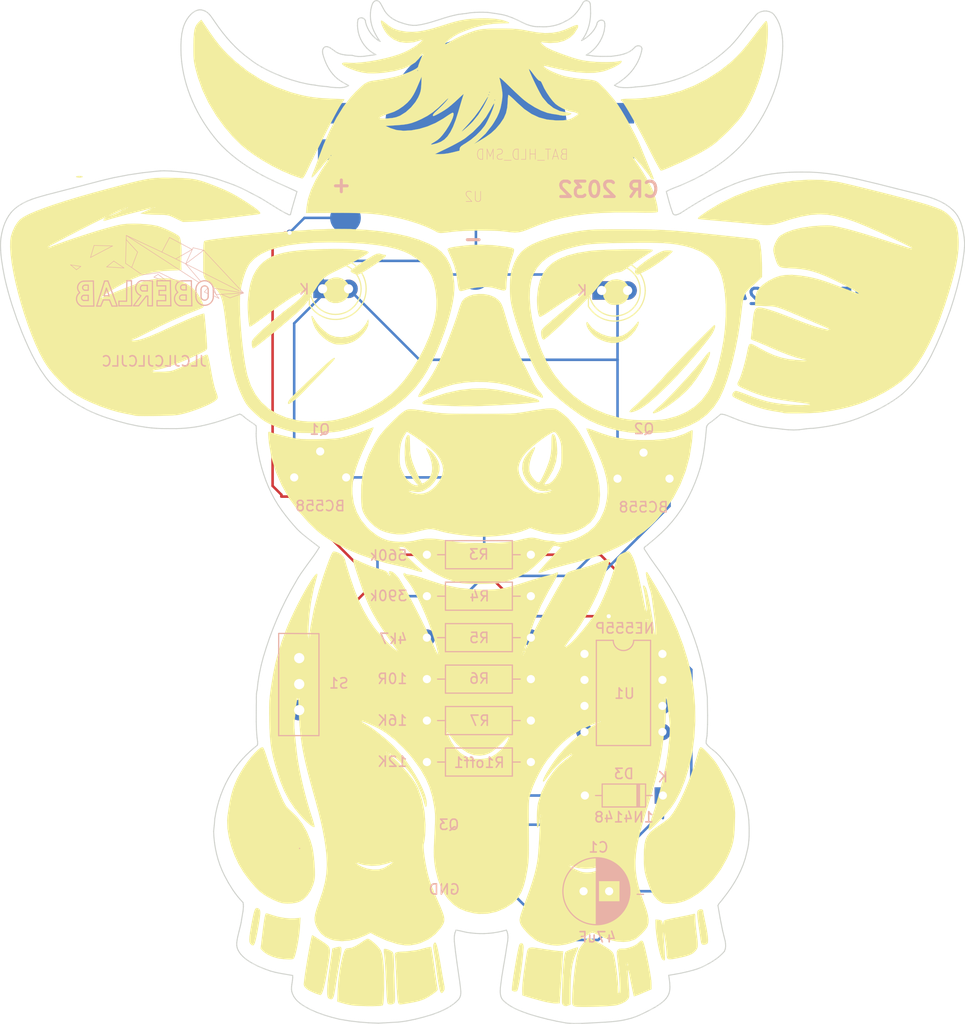
<source format=kicad_pcb>
(kicad_pcb (version 20221018) (generator pcbnew)
  (layers (0 "F.Cu" signal) (31 "B.Cu" signal) (34 "B.Paste" user) (35 "F.Paste" user) (36 "B.SilkS" user "B.Silkscreen") (37 "F.SilkS" user "F.Silkscreen") (38 "B.Mask" user) (39 "F.Mask" user) (44 "Edge.Cuts" user))
  (net 0 "")
  (net 1 "Net-(D3-K)")
  (net 2 "Net-(D1-K)")
  (net 3 "Net-(D1-A)")
  (net 4 "Net-(D3-A)")
  (net 5 "Net-(Q1-B)")
  (net 6 "Net-(Q1-C)")
  (net 7 "Net-(Q2-C)")
  (net 8 "Net-(S1-E)")
  (net 9 "Net-(S1-A-Pad1)")
  (net 11 "unconnected-(U1-Q-Pad3)")
  (footprint "" (layer "F.Cu") (at 138.456191 139.32)
    (fp_text reference "")
    (fp_text value "")
  )
  (footprint "LOGO" (layer "F.Cu") (at 136.8091 103.5411)
    (fp_text reference "G***" hide)
    (fp_text value "LOGO" hide)
  )
  (footprint "LOGO" (layer "F.Cu") (at 136.8091 103.5411)
    (fp_text reference "G***" hide)
    (fp_text value "LOGO" hide)
  )
  (footprint "!Goody:ob-logo_B.SilkS" (layer "F.Cu") (at 112.05 96.57)
    (fp_text reference "G***" hide)
    (fp_text value "LOGO" hide)
  )
  (footprint "LOGO" (layer "F.Cu") (at 136.8091 103.5411)
    (fp_text reference "G***" hide)
    (fp_text value "LOGO" hide)
  )
  (footprint "LOGO" (layer "F.Cu") (at 136.8091 103.5411)
    (fp_text reference "G***" hide)
    (fp_text value "LOGO" hide)
  )
  (footprint "LOGO" (layer "F.Cu") (at 136.8091 103.5411)
    (fp_text reference "G***" hide)
    (fp_text value "LOGO" hide)
  )
  (footprint "LOGO" (layer "F.Cu") (at 136.8091 103.5411)
    (fp_text reference "G***" hide)
    (fp_text value "LOGO" hide)
  )
  (footprint "LED_THT:LED_D5.0mm" (layer "F.Cu") (at 150.175 81.12)
    (fp_text reference "D2")
    (fp_text value "LED")
  )
  (footprint "LED_THT:LED_D5.0mm" (layer "F.Cu") (at 122.9 80.96)
    (fp_text reference "D1")
    (fp_text value "LED")
  )
  (footprint "!Goody:TO-92L_Wide" (layer "F.Cu") (at 151.73 99.5)
    (fp_text reference "Q2")
    (fp_text value "BC558")
  )
  (footprint "" (layer "F.Cu") (at 125.14 74.03)
    (fp_text reference "")
    (fp_text value "")
  )
  (footprint "!Goody:TO-92L_Wide" (layer "F.Cu") (at 120.13 99.38)
    (fp_text reference "Q1")
    (fp_text value "BC558")
  )
  (footprint "" (layer "F.Cu") (at 138.456191 133.3)
    (fp_text reference "")
    (fp_text value "")
  )
  (footprint "Capacitor_THT:CP_Radial_D6.3mm_P2.50mm" (layer "B.Cu") (at 148.41 139.8)
    (fp_text reference "C1")
    (fp_text value "47uF")
  )
  (footprint "!Goody:Micro_SchalterKHF" (layer "B.Cu") (at 120.62 117.03 -90)
    (fp_text reference "S1")
    (fp_text value "Micro_Schalter")
  )
  (footprint "Resistor_THT:R_Axial_DIN0207_L6.3mm_D2.5mm_P10.16mm_Horizontal" (layer "B.Cu") (at 143.26 106.93 180)
    (fp_text reference "R3")
    (fp_text value "560k")
  )
  (footprint "Resistor_THT:R_Axial_DIN0207_L6.3mm_D2.5mm_P10.16mm_Horizontal" (layer "B.Cu") (at 143.26 123.13 180)
    (fp_text reference "R7")
    (fp_text value "16K")
  )
  (footprint "Package_DIP:DIP-8_W7.62mm" (layer "B.Cu") (at 156.12 116.62 180)
    (fp_text reference "U1")
    (fp_text value "NE555P")
  )
  (footprint "Resistor_THT:R_Axial_DIN0207_L6.3mm_D2.5mm_P10.16mm_Horizontal" (layer "B.Cu") (at 143.26 119.08 180)
    (fp_text reference "R6")
    (fp_text value "10R")
  )
  (footprint "!Goody:BAT-HLD-SMD-Blech" (layer "B.Cu") (at 137.89 65.33 180)
    (fp_text reference "U2")
    (fp_text value "BAT_HLD_SMD")
  )
  (footprint "Resistor_THT:R_Axial_DIN0207_L6.3mm_D2.5mm_P10.16mm_Horizontal" (layer "B.Cu") (at 143.26 127.18 180)
    (fp_text reference "R1off1")
    (fp_text value "12K")
  )
  (footprint "Resistor_THT:R_Axial_DIN0207_L6.3mm_D2.5mm_P10.16mm_Horizontal" (layer "B.Cu") (at 143.26 110.98 180)
    (fp_text reference "R4")
    (fp_text value "390k")
  )
  (footprint "!Goody:LP" (layer "B.Cu") (at 137.84 79.56 180)
    (fp_text reference "+" hide)
    (fp_text value "LP")
  )
  (footprint "Diode_THT:D_DO-35_SOD27_P7.62mm_Horizontal" (layer "B.Cu") (at 156.16 130.45 180)
    (fp_text reference "D3")
    (fp_text value "1N4148")
  )
  (footprint "Resistor_THT:R_Axial_DIN0207_L6.3mm_D2.5mm_P10.16mm_Horizontal" (layer "B.Cu") (at 143.26 115.03 180)
    (fp_text reference "R5")
    (fp_text value "4k7")
  )
  (gr_line (start 100.3158 92.9763) (end 100.8024 93.1843) (stroke (width 0.1)) (layer "Edge.Cuts"))
  (gr_line (start 154.7721 61.1176) (end 154.1288 61.1915) (stroke (width 0.1)) (layer "Edge.Cuts"))
  (gr_line (start 112.6388 70.2508) (end 112.1287 70.0947) (stroke (width 0.1)) (layer "Edge.Cuts"))
  (gr_line (start 153.2832 59.4796) (end 153.5759 59.0272) (stroke (width 0.1)) (layer "Edge.Cuts"))
  (gr_line (start 137.0068 143.8201) (end 137.3652 143.8681) (stroke (width 0.1)) (layer "Edge.Cuts"))
  (gr_line (start 167.6563 59.414) (end 167.7885 58.5502) (stroke (width 0.1)) (layer "Edge.Cuts"))
  (gr_line (start 91.4414 77.2) (end 91.4751 77.6512) (stroke (width 0.1)) (layer "Edge.Cuts"))
  (gr_line (start 95.3307 88.8571) (end 95.7908 89.5248) (stroke (width 0.1)) (layer "Edge.Cuts"))
  (gr_line (start 167.8706 94.6739) (end 168.4117 94.7254) (stroke (width 0.1)) (layer "Edge.Cuts"))
  (gr_line (start 128.3914 52.87771) (end 128.2799 52.81901) (stroke (width 0.1)) (layer "Edge.Cuts"))
  (gr_line (start 150.4666 54.9536) (end 150.4285 54.8443) (stroke (width 0.1)) (layer "Edge.Cuts"))
  (gr_line (start 116.5994 119.3335) (end 116.5052 120.1538) (stroke (width 0.1)) (layer "Edge.Cuts"))
  (gr_line (start 116.5546 125.1942) (end 116.5579 125.3795) (stroke (width 0.1)) (layer "Edge.Cuts"))
  (gr_line (start 138.1853 53.9435) (end 137.7609 53.9602) (stroke (width 0.1)) (layer "Edge.Cuts"))
  (gr_line (start 163.1777 70.6994) (end 162.2489 71.0899) (stroke (width 0.1)) (layer "Edge.Cuts"))
  (gr_line (start 140.0093 143.7971) (end 140.4427 143.7061) (stroke (width 0.1)) (layer "Edge.Cuts"))
  (gr_line (start 171.3902 69.6068) (end 170.5363 69.5581) (stroke (width 0.1)) (layer "Edge.Cuts"))
  (gr_line (start 162.2489 71.0899) (end 161.3398 71.5267) (stroke (width 0.1)) (layer "Edge.Cuts"))
  (gr_line (start 120.6807 150.7321) (end 120.9211 150.9051) (stroke (width 0.1)) (layer "Edge.Cuts"))
  (gr_line (start 109.2556 55.5453) (end 109.146 56.0548) (stroke (width 0.1)) (layer "Edge.Cuts"))
  (gr_line (start 179.0421 71.1878) (end 177.0661 70.6895) (stroke (width 0.1)) (layer "Edge.Cuts"))
  (gr_line (start 183.3761 85.3181) (end 183.8231 84.1947) (stroke (width 0.1)) (layer "Edge.Cuts"))
  (gr_line (start 164.5608 132.8372) (end 164.4723 132.1629) (stroke (width 0.1)) (layer "Edge.Cuts"))
  (gr_line (start 149.5302 58.2321) (end 149.2708 58.2027) (stroke (width 0.1)) (layer "Edge.Cuts"))
  (gr_line (start 163.4691 138.3918) (end 163.7537 137.8178) (stroke (width 0.1)) (layer "Edge.Cuts"))
  (gr_line (start 158.3332 101.8891) (end 158.6867 101.2464) (stroke (width 0.1)) (layer "Edge.Cuts"))
  (gr_line (start 160.6171 94.1521) (end 160.7157 94.0707) (stroke (width 0.1)) (layer "Edge.Cuts"))
  (gr_line (start 165.5377 53.9853) (end 165.4295 54.0559) (stroke (width 0.1)) (layer "Edge.Cuts"))
  (gr_line (start 158.9636 114.3876) (end 158.6546 113.6197) (stroke (width 0.1)) (layer "Edge.Cuts"))
  (gr_line (start 117.0506 69.8928) (end 117.5203 70.1351) (stroke (width 0.1)) (layer "Edge.Cuts"))
  (gr_line (start 138.2474 143.9381) (end 138.6898 143.9371) (stroke (width 0.1)) (layer "Edge.Cuts"))
  (gr_line (start 112.693 136.7045) (end 112.8684 137.2327) (stroke (width 0.1)) (layer "Edge.Cuts"))
  (gr_line (start 128.2677 56.432) (end 128.5249 56.7995) (stroke (width 0.1)) (layer "Edge.Cuts"))
  (gr_line (start 182.0881 88.0328) (end 182.3701 87.5156) (stroke (width 0.1)) (layer "Edge.Cuts"))
  (gr_line (start 160.8322 125.8306) (end 160.5871 125.6062) (stroke (width 0.1)) (layer "Edge.Cuts"))
  (gr_line (start 109.9975 54.1873) (end 109.8221 54.3896) (stroke (width 0.1)) (layer "Edge.Cuts"))
  (gr_line (start 141.0215 144.3051) (end 140.9949 144.6691) (stroke (width 0.1)) (layer "Edge.Cuts"))
  (gr_line (start 179.5321 91.2546) (end 179.9651 90.8541) (stroke (width 0.1)) (layer "Edge.Cuts"))
  (gr_line (start 128.3555 152.6861) (end 130.2866 152.5821) (stroke (width 0.1)) (layer "Edge.Cuts"))
  (gr_line (start 180.3751 90.4297) (end 180.7611 89.9837) (stroke (width 0.1)) (layer "Edge.Cuts"))
  (gr_line (start 159.5732 72.5075) (end 158.7122 73.0358) (stroke (width 0.1)) (layer "Edge.Cuts"))
  (gr_line (start 157.5258 103.1124) (end 157.9465 102.512) (stroke (width 0.1)) (layer "Edge.Cuts"))
  (gr_line (start 112.7646 130.9797) (end 112.6041 131.5562) (stroke (width 0.1)) (layer "Edge.Cuts"))
  (gr_line (start 115.466 146.4731) (end 115.7375 146.6551) (stroke (width 0.1)) (layer "Edge.Cuts"))
  (gr_line (start 144.112 55.3546) (end 143.8951 55.3561) (stroke (width 0.1)) (layer "Edge.Cuts"))
  (gr_line (start 158.3145 70.6671) (end 159.2137 70.2556) (stroke (width 0.1)) (layer "Edge.Cuts"))
  (gr_line (start 161.4572 58.373) (end 160.9972 58.7107) (stroke (width 0.1)) (layer "Edge.Cuts"))
  (gr_line (start 114.9223 71.1069) (end 114.2925 70.8338) (stroke (width 0.1)) (layer "Edge.Cuts"))
  (gr_line (start 167.4798 60.2687) (end 167.6563 59.414) (stroke (width 0.1)) (layer "Edge.Cuts"))
  (gr_line (start 123.2699 57.303) (end 123.144 57.3226) (stroke (width 0.1)) (layer "Edge.Cuts"))
  (gr_line (start 167.3326 94.6044) (end 167.8706 94.6739) (stroke (width 0.1)) (layer "Edge.Cuts"))
  (gr_line (start 107.0637 69.4405) (end 106.7124 69.4694) (stroke (width 0.1)) (layer "Edge.Cuts"))
  (gr_line (start 164.156 130.8412) (end 163.9327 130.1985) (stroke (width 0.1)) (layer "Edge.Cuts"))
  (gr_line (start 154.8815 107.1929) (end 154.3557 106.3883) (stroke (width 0.1)) (layer "Edge.Cuts"))
  (gr_line (start 118.3549 147.7371) (end 118.8967 147.8431) (stroke (width 0.1)) (layer "Edge.Cuts"))
  (gr_line (start 92.5701 82.5865) (end 93.0227 83.9115) (stroke (width 0.1)) (layer "Edge.Cuts"))
  (gr_line (start 108.6169 94.6141) (end 109.1078 94.5944) (stroke (width 0.1)) (layer "Edge.Cuts"))
  (gr_line (start 109.3324 55.2985) (end 109.2556 55.5453) (stroke (width 0.1)) (layer "Edge.Cuts"))
  (gr_line (start 161.7529 142.4204) (end 161.5434 141.1903) (stroke (width 0.1)) (layer "Edge.Cuts"))
  (gr_line (start 120.9211 150.9051) (end 121.1732 151.0621) (stroke (width 0.1)) (layer "Edge.Cuts"))
  (gr_line (start 116.441 120.5244) (end 116.4283 120.9002) (stroke (width 0.1)) (layer "Edge.Cuts"))
  (gr_line (start 181.7861 88.5407) (end 182.0881 88.0328) (stroke (width 0.1)) (layer "Edge.Cuts"))
  (gr_line (start 184.7571 73.544) (end 184.5081 73.2738) (stroke (width 0.1)) (layer "Edge.Cuts"))
  (gr_line (start 141.4472 151.1211) (end 141.7664 151.2851) (stroke (width 0.1)) (layer "Edge.Cuts"))
  (gr_line (start 113.696 128.7801) (end 113.4195 129.3103) (stroke (width 0.1)) (layer "Edge.Cuts"))
  (gr_line (start 149.8177 57.0968) (end 150.0175 56.7898) (stroke (width 0.1)) (layer "Edge.Cuts"))
  (gr_line (start 162.1214 144.1471) (end 161.9987 143.6451) (stroke (width 0.1)) (layer "Edge.Cuts"))
  (gr_line (start 126.8222 54.5098) (end 126.694 54.4836) (stroke (width 0.1)) (layer "Edge.Cuts"))
  (gr_line (start 150.3314 54.7592) (end 150.2175 54.7191) (stroke (width 0.1)) (layer "Edge.Cuts"))
  (gr_line (start 165.1615 54.3395) (end 164.8064 54.7516) (stroke (width 0.1)) (layer "Edge.Cuts"))
  (gr_line (start 114.5137 145.0981) (end 114.5612 145.3371) (stroke (width 0.1)) (layer "Edge.Cuts"))
  (gr_line (start 170.5295 94.5965) (end 170.8809 94.5821) (stroke (width 0.1)) (layer "Edge.Cuts"))
  (gr_line (start 122.9548 61.1728) (end 122.5644 61.1326) (stroke (width 0.1)) (layer "Edge.Cuts"))
  (gr_line (start 112.3192 133.3469) (end 112.254 133.9627) (stroke (width 0.1)) (layer "Edge.Cuts"))
  (gr_line (start 126.3154 55.2612) (end 126.3409 55.5702) (stroke (width 0.1)) (layer "Edge.Cuts"))
  (gr_line (start 148.4595 56.5746) (end 148.2223 56.7119) (stroke (width 0.1)) (layer "Edge.Cuts"))
  (gr_line (start 161.4747 93.488) (end 161.8071 93.2097) (stroke (width 0.1)) (layer "Edge.Cuts"))
  (gr_line (start 135.9482 143.5931) (end 136.3026 143.6601) (stroke (width 0.1)) (layer "Edge.Cuts"))
  (gr_line (start 131.3508 55.1781) (end 130.9839 55.092) (stroke (width 0.1)) (layer "Edge.Cuts"))
  (gr_line (start 106.1949 94.5475) (end 106.6735 94.5863) (stroke (width 0.1)) (layer "Edge.Cuts"))
  (gr_line (start 123.5093 57.3525) (end 123.3916 57.3151) (stroke (width 0.1)) (layer "Edge.Cuts"))
  (gr_line (start 137.3652 143.8681) (end 137.8054 143.9161) (stroke (width 0.1)) (layer "Edge.Cuts"))
  (gr_line (start 167.8342 58.1159) (end 167.8644 57.6805) (stroke (width 0.1)) (layer "Edge.Cuts"))
  (gr_line (start 161.7598 68.7317) (end 162.1556 68.435) (stroke (width 0.1)) (layer "Edge.Cuts"))
  (gr_line (start 178.1881 92.1853) (end 178.6501 91.895) (stroke (width 0.1)) (layer "Edge.Cuts"))
  (gr_line (start 126.5666 54.4955) (end 126.4521 54.5497) (stroke (width 0.1)) (layer "Edge.Cuts"))
  (gr_line (start 156.7898 109.9947) (end 156.1376 108.9721) (stroke (width 0.1)) (layer "Edge.Cuts"))
  (gr_line (start 159.4623 147.4071) (end 159.7637 147.2971) (stroke (width 0.1)) (layer "Edge.Cuts"))
  (gr_line (start 163.2819 67.471) (end 163.6348 67.1248) (stroke (width 0.1)) (layer "Edge.Cuts"))
  (gr_line (start 128.5249 56.7995) (end 128.2655 56.6396) (stroke (width 0.1)) (layer "Edge.Cuts"))
  (gr_line (start 134.6994 151.4131) (end 135.0346 151.2431) (stroke (width 0.1)) (layer "Edge.Cuts"))
  (gr_line (start 149.7039 55.1426) (end 149.5935 55.3889) (stroke (width 0.1)) (layer "Edge.Cuts"))
  (gr_line (start 163.6348 67.1248) (end 163.9755 66.7661) (stroke (width 0.1)) (layer "Edge.Cuts"))
  (gr_line (start 158.3245 112.8608) (end 157.975 112.1114) (stroke (width 0.1)) (layer "Edge.Cuts"))
  (gr_line (start 165.3297 54.1385) (end 165.2399 54.2331) (stroke (width 0.1)) (layer "Edge.Cuts"))
  (gr_line (start 152.6213 57.9251) (end 152.3283 58.0293) (stroke (width 0.1)) (layer "Edge.Cuts"))
  (gr_line (start 164.4662 55.1768) (end 163.8015 56.041) (stroke (width 0.1)) (layer "Edge.Cuts"))
  (gr_line (start 156.8207 149.5341) (end 156.8425 149.3431) (stroke (width 0.1)) (layer "Edge.Cuts"))
  (gr_line (start 157.3932 71.0471) (end 157.8577 70.8703) (stroke (width 0.1)) (layer "Edge.Cuts"))
  (gr_line (start 153.921 57.2462) (end 153.8079 57.2197) (stroke (width 0.1)) (layer "Edge.Cuts"))
  (gr_line (start 116.0179 146.8241) (end 116.6005 147.1231) (stroke (width 0.1)) (layer "Edge.Cuts"))
  (gr_line (start 160.2067 96.5202) (end 160.3315 95.4999) (stroke (width 0.1)) (layer "Edge.Cuts"))
  (gr_line (start 105.7179 94.4929) (end 106.1949 94.5475) (stroke (width 0.1)) (layer "Edge.Cuts"))
  (gr_line (start 135.7795 54.2377) (end 135.3145 54.3538) (stroke (width 0.1)) (layer "Edge.Cuts"))
  (gr_line (start 156.7125 71.3384) (end 156.935 71.232) (stroke (width 0.1)) (layer "Edge.Cuts"))
  (gr_line (start 93.1878 72.8597) (end 92.9896 73.0044) (stroke (width 0.1)) (layer "Edge.Cuts"))
  (gr_line (start 184.2421 83.0611) (end 184.5901 81.9728) (stroke (width 0.1)) (layer "Edge.Cuts"))
  (gr_line (start 119.4344 73.6292) (end 119.3176 73.5799) (stroke (width 0.1)) (layer "Edge.Cuts"))
  (gr_line (start 162.5417 68.126) (end 162.9173 67.8047) (stroke (width 0.1)) (layer "Edge.Cuts"))
  (gr_line (start 170.5363 69.5581) (end 169.6802 69.5545) (stroke (width 0.1)) (layer "Edge.Cuts"))
  (gr_line (start 144.4397 55.369) (end 144.112 55.3546) (stroke (width 0.1)) (layer "Edge.Cuts"))
  (gr_line (start 155.9545 104.8582) (end 156.5304 104.2907) (stroke (width 0.1)) (layer "Edge.Cuts"))
  (gr_line (start 109.0764 58.1493) (end 109.1265 58.7308) (stroke (width 0.1)) (layer "Edge.Cuts"))
  (gr_line (start 112.5475 136.1672) (end 112.693 136.7045) (stroke (width 0.1)) (layer "Edge.Cuts"))
  (gr_line (start 124.4414 57.9444) (end 124.2368 57.838) (stroke (width 0.1)) (layer "Edge.Cuts"))
  (gr_line (start 178.6501 91.895) (end 179.0981 91.5853) (stroke (width 0.1)) (layer "Edge.Cuts"))
  (gr_line (start 115.2761 146.3211) (end 115.466 146.4731) (stroke (width 0.1)) (layer "Edge.Cuts"))
  (gr_line (start 160.9972 58.7107) (end 160.5238 59.0304) (stroke (width 0.1)) (layer "Edge.Cuts"))
  (gr_line (start 173.3609 94.1737) (end 173.9703 94.0208) (stroke (width 0.1)) (layer "Edge.Cuts"))
  (gr_line (start 140.5902 147.1131) (end 140.4181 148.1541) (stroke (width 0.1)) (layer "Edge.Cuts"))
  (gr_line (start 149.7223 55.0182) (end 149.7039 55.1426) (stroke (width 0.1)) (layer "Edge.Cuts"))
  (gr_line (start 140.2698 149.7161) (end 140.2872 149.8871) (stroke (width 0.1)) (layer "Edge.Cuts"))
  (gr_line (start 140.2659 149.5431) (end 140.2698 149.7161) (stroke (width 0.1)) (layer "Edge.Cuts"))
  (gr_line (start 96.2988 90.1574) (end 96.5727 90.4585) (stroke (width 0.1)) (layer "Edge.Cuts"))
  (gr_line (start 185.3881 74.8419) (end 185.2761 74.4941) (stroke (width 0.1)) (layer "Edge.Cuts"))
  (gr_line (start 157.4828 73.7317) (end 157.3833 73.7418) (stroke (width 0.1)) (layer "Edge.Cuts"))
  (gr_line (start 114.5008 68.264) (end 115.0044 68.6342) (stroke (width 0.1)) (layer "Edge.Cuts"))
  (gr_line (start 151.6441 61.1797) (end 151.427 61.0812) (stroke (width 0.1)) (layer "Edge.Cuts"))
  (gr_line (start 116.1466 71.7303) (end 115.5393 71.4087) (stroke (width 0.1)) (layer "Edge.Cuts"))
  (gr_line (start 155.4103 151.1211) (end 155.8688 150.8231) (stroke (width 0.1)) (layer "Edge.Cuts"))
  (gr_line (start 160.4865 124.3887) (end 160.5253 123.5031) (stroke (width 0.1)) (layer "Edge.Cuts"))
  (gr_line (start 154.3557 106.3883) (end 154.3309 106.3099) (stroke (width 0.1)) (layer "Edge.Cuts"))
  (gr_line (start 110.404 53.8627) (end 110.2573 53.9582) (stroke (width 0.1)) (layer "Edge.Cuts"))
  (gr_line (start 136.4142 149.7751) (end 136.415 149.5731) (stroke (width 0.1)) (layer "Edge.Cuts"))
  (gr_line (start 131.1431 152.4661) (end 131.9901 152.2941) (stroke (width 0.1)) (layer "Edge.Cuts"))
  (gr_line (start 123.8079 152.1151) (end 124.5375 152.2981) (stroke (width 0.1)) (layer "Edge.Cuts"))
  (gr_line (start 160.5029 120.843) (end 160.3531 119.5913) (stroke (width 0.1)) (layer "Edge.Cuts"))
  (gr_line (start 111.2832 64.7033) (end 111.6042 65.1898) (stroke (width 0.1)) (layer "Edge.Cuts"))
  (gr_line (start 151.7148 58.1674) (end 151.0982 58.2523) (stroke (width 0.1)) (layer "Edge.Cuts"))
  (gr_line (start 158.6867 101.2464) (end 159.0079 100.5864) (stroke (width 0.1)) (layer "Edge.Cuts"))
  (gr_line (start 155.8688 150.8231) (end 156.0903 150.6551) (stroke (width 0.1)) (layer "Edge.Cuts"))
  (gr_line (start 119.911 60.5659) (end 119.1776 60.3213) (stroke (width 0.1)) (layer "Edge.Cuts"))
  (gr_line (start 161.9987 143.6451) (end 161.7529 142.4204) (stroke (width 0.1)) (layer "Edge.Cuts"))
  (gr_line (start 154.0718 57.7783) (end 154.1217 57.5142) (stroke (width 0.1)) (layer "Edge.Cuts"))
  (gr_line (start 121.6873 151.3451) (end 122.3774 151.6451) (stroke (width 0.1)) (layer "Edge.Cuts"))
  (gr_line (start 119.5596 73.7021) (end 119.4344 73.6292) (stroke (width 0.1)) (layer "Edge.Cuts"))
  (gr_line (start 148.5658 52.83332) (end 148.4887 52.87262) (stroke (width 0.1)) (layer "Edge.Cuts"))
  (gr_line (start 165.5502 64.6937) (end 165.9633 63.9999) (stroke (width 0.1)) (layer "Edge.Cuts"))
  (gr_line (start 115.3895 93.6017) (end 115.583 93.7408) (stroke (width 0.1)) (layer "Edge.Cuts"))
  (gr_line (start 165.9633 63.9999) (end 166.3404 63.2856) (stroke (width 0.1)) (layer "Edge.Cuts"))
  (gr_line (start 153.1545 57.6162) (end 152.8984 57.7895) (stroke (width 0.1)) (layer "Edge.Cuts"))
  (gr_line (start 161.7131 126.6063) (end 161.3543 126.2482) (stroke (width 0.1)) (layer "Edge.Cuts"))
  (gr_line (start 184.1401 72.9544) (end 183.7421 72.6809) (stroke (width 0.1)) (layer "Edge.Cuts"))
  (gr_line (start 161.0976 126.0372) (end 160.8322 125.8306) (stroke (width 0.1)) (layer "Edge.Cuts"))
  (gr_line (start 161.5574 146.2661) (end 161.7756 146.0811) (stroke (width 0.1)) (layer "Edge.Cuts"))
  (gr_line (start 135.7703 144.4291) (end 135.7873 144.1451) (stroke (width 0.1)) (layer "Edge.Cuts"))
  (gr_line (start 116.4283 120.9002) (end 116.4339 121.2781) (stroke (width 0.1)) (layer "Edge.Cuts"))
  (gr_line (start 175.75 93.4016) (end 176.7448 92.9557) (stroke (width 0.1)) (layer "Edge.Cuts"))
  (gr_line (start 149.4552 55.6233) (end 149.2923 55.8447) (stroke (width 0.1)) (layer "Edge.Cuts"))
  (gr_line (start 117.4107 115.963) (end 117.1175 116.9104) (stroke (width 0.1)) (layer "Edge.Cuts"))
  (gr_line (start 164.5244 135.2188) (end 164.5668 134.8242) (stroke (width 0.1)) (layer "Edge.Cuts"))
  (gr_line (start 128.7023 53.32053) (end 128.5667 53.07421) (stroke (width 0.1)) (layer "Edge.Cuts"))
  (gr_line (start 109.6693 54.603) (end 109.5378 54.8263) (stroke (width 0.1)) (layer "Edge.Cuts"))
  (gr_line (start 165.6623 69.9474) (end 165.1012 70.0884) (stroke (width 0.1)) (layer "Edge.Cuts"))
  (gr_line (start 126.9392 54.5698) (end 126.8222 54.5098) (stroke (width 0.1)) (layer "Edge.Cuts"))
  (gr_line (start 148.7366 52.813) (end 148.6491 52.81242) (stroke (width 0.1)) (layer "Edge.Cuts"))
  (gr_line (start 162.431 93.3275) (end 162.7286 93.4526) (stroke (width 0.1)) (layer "Edge.Cuts"))
  (gr_line (start 117.7314 115.0241) (end 117.4107 115.963) (stroke (width 0.1)) (layer "Edge.Cuts"))
  (gr_line (start 117.9002 100.92) (end 118.2128 101.5077) (stroke (width 0.1)) (layer "Edge.Cuts"))
  (gr_line (start 123.0861 151.8991) (end 123.8079 152.1151) (stroke (width 0.1)) (layer "Edge.Cuts"))
  (gr_line (start 116.9579 72.1628) (end 116.5569 71.9376) (stroke (width 0.1)) (layer "Edge.Cuts"))
  (gr_line (start 153.9194 58.2943) (end 154.004 58.0385) (stroke (width 0.1)) (layer "Edge.Cuts"))
  (gr_line (start 153.1222 152.1851) (end 153.4637 152.0691) (stroke (width 0.1)) (layer "Edge.Cuts"))
  (gr_line (start 168.5242 69.5755) (end 167.947 69.6104) (stroke (width 0.1)) (layer "Edge.Cuts"))
  (gr_line (start 167.7885 58.5502) (end 167.8342 58.1159) (stroke (width 0.1)) (layer "Edge.Cuts"))
  (gr_line (start 127.6373 54.9095) (end 127.7059 55.2031) (stroke (width 0.1)) (layer "Edge.Cuts"))
  (gr_line (start 147.968 53.6488) (end 147.7935 53.8844) (stroke (width 0.1)) (layer "Edge.Cuts"))
  (gr_line (start 118.9366 102.6267) (end 119.2937 103.1017) (stroke (width 0.1)) (layer "Edge.Cuts"))
  (gr_line (start 146.9358 54.6657) (end 146.6758 54.8035) (stroke (width 0.1)) (layer "Edge.Cuts"))
  (gr_line (start 109.0625 57.6344) (end 109.0764 58.1493) (stroke (width 0.1)) (layer "Edge.Cuts"))
  (gr_line (start 120.4383 104.4521) (end 120.6887 104.6927) (stroke (width 0.1)) (layer "Edge.Cuts"))
  (gr_line (start 114.3712 57.324) (end 113.9504 56.8889) (stroke (width 0.1)) (layer "Edge.Cuts"))
  (gr_line (start 92.23 73.82) (end 92.0398 74.1419) (stroke (width 0.1)) (layer "Edge.Cuts"))
  (gr_line (start 103.9127 69.8302) (end 102.5265 70.0965) (stroke (width 0.1)) (layer "Edge.Cuts"))
  (gr_line (start 123.144 57.3226) (end 123.0302 57.4064) (stroke (width 0.1)) (layer "Edge.Cuts"))
  (gr_line (start 127.0914 54.7742) (end 127.0329 54.6594) (stroke (width 0.1)) (layer "Edge.Cuts"))
  (gr_line (start 167.8644 57.6805) (end 167.8776 57.2444) (stroke (width 0.1)) (layer "Edge.Cuts"))
  (gr_line (start 121.1732 151.0621) (end 121.6873 151.3451) (stroke (width 0.1)) (layer "Edge.Cuts"))
  (gr_line (start 116.4339 121.2781) (end 116.4246 121.6551) (stroke (width 0.1)) (layer "Edge.Cuts"))
  (gr_line (start 148.9012 58.1483) (end 148.7582 58.1472) (stroke (width 0.1)) (layer "Edge.Cuts"))
  (gr_line (start 156.1376 108.9721) (end 155.7938 108.4725) (stroke (width 0.1)) (layer "Edge.Cuts"))
  (gr_line (start 110.4321 63.1763) (end 110.6963 63.6958) (stroke (width 0.1)) (layer "Edge.Cuts"))
  (gr_line (start 149.0247 54.8504) (end 149.0785 54.4436) (stroke (width 0.1)) (layer "Edge.Cuts"))
  (gr_line (start 159.03 59.8755) (end 158.5095 60.117) (stroke (width 0.1)) (layer "Edge.Cuts"))
  (gr_line (start 94.0502 72.3879) (end 93.6068 72.6041) (stroke (width 0.1)) (layer "Edge.Cuts"))
  (gr_line (start 116.4402 124.0256) (end 116.5007 124.8125) (stroke (width 0.1)) (layer "Edge.Cuts"))
  (gr_line (start 134.8537 54.4879) (end 133.9376 54.7785) (stroke (width 0.1)) (layer "Edge.Cuts"))
  (gr_line (start 152.6652 60.1656) (end 152.8846 59.9491) (stroke (width 0.1)) (layer "Edge.Cuts"))
  (gr_line (start 153.8079 57.2197) (end 153.6879 57.2228) (stroke (width 0.1)) (layer "Edge.Cuts"))
  (gr_line (start 164.5901 134.4275) (end 164.5929 133.6312) (stroke (width 0.1)) (layer "Edge.Cuts"))
  (gr_line (start 148.4887 52.87262) (end 148.4194 52.92728) (stroke (width 0.1)) (layer "Edge.Cuts"))
  (gr_line (start 157.2076 73.6839) (end 157.1394 73.6034) (stroke (width 0.1)) (layer "Edge.Cuts"))
  (gr_line (start 156.6339 150.0481) (end 156.7498 149.8031) (stroke (width 0.1)) (layer "Edge.Cuts"))
  (gr_line (start 122.178 61.065) (end 121.793 61.0146) (stroke (width 0.1)) (layer "Edge.Cuts"))
  (gr_line (start 135.954 150.6061) (end 136.2203 150.3421) (stroke (width 0.1)) (layer "Edge.Cuts"))
  (gr_line (start 163.9755 66.7661) (end 164.3033 66.3949) (stroke (width 0.1)) (layer "Edge.Cuts"))
  (gr_line (start 112.254 133.9627) (end 112.2851 134.5186) (stroke (width 0.1)) (layer "Edge.Cuts"))
  (gr_line (start 92.8001 73.1615) (end 92.6201 73.3319) (stroke (width 0.1)) (layer "Edge.Cuts"))
  (gr_line (start 110.0477 69.6429) (end 109.5171 69.5851) (stroke (width 0.1)) (layer "Edge.Cuts"))
  (gr_line (start 140.871 143.5961) (end 140.9412 143.7681) (stroke (width 0.1)) (layer "Edge.Cuts"))
  (gr_line (start 162.7367 57.2764) (end 162.3351 57.6465) (stroke (width 0.1)) (layer "Edge.Cuts"))
  (gr_line (start 114.8388 127.152) (end 114.5446 127.5122) (stroke (width 0.1)) (layer "Edge.Cuts"))
  (gr_line (start 158.5345 147.6641) (end 159.1559 147.5021) (stroke (width 0.1)) (layer "Edge.Cuts"))
  (gr_line (start 166.2278 94.4827) (end 166.7787 94.5555) (stroke (width 0.1)) (layer "Edge.Cuts"))
  (gr_line (start 156.6737 60.7446) (end 156.0457 60.8955) (stroke (width 0.1)) (layer "Edge.Cuts"))
  (gr_line (start 174.5726 93.8428) (end 175.1663 93.6372) (stroke (width 0.1)) (layer "Edge.Cuts"))
  (gr_line (start 116.5879 69.6356) (end 117.0506 69.8928) (stroke (width 0.1)) (layer "Edge.Cuts"))
  (gr_line (start 113.0741 137.7501) (end 113.3108 138.255) (stroke (width 0.1)) (layer "Edge.Cuts"))
  (gr_line (start 95.7908 89.5248) (end 96.0384 89.8459) (stroke (width 0.1)) (layer "Edge.Cuts"))
  (gr_line (start 164.0012 137.2274) (end 164.2072 136.6208) (stroke (width 0.1)) (layer "Edge.Cuts"))
  (gr_line (start 118.08 114.095) (end 117.7314 115.0241) (stroke (width 0.1)) (layer "Edge.Cuts"))
  (gr_line (start 116.7826 97.7889) (end 116.9508 98.4333) (stroke (width 0.1)) (layer "Edge.Cuts"))
  (gr_line (start 185.5131 77.9665) (end 185.6051 77.2845) (stroke (width 0.1)) (layer "Edge.Cuts"))
  (gr_line (start 148.277 53.15282) (end 147.968 53.6488) (stroke (width 0.1)) (layer "Edge.Cuts"))
  (gr_line (start 149.5935 55.3889) (end 149.4552 55.6233) (stroke (width 0.1)) (layer "Edge.Cuts"))
  (gr_line (start 100.8024 93.1843) (end 101.2961 93.3753) (stroke (width 0.1)) (layer "Edge.Cuts"))
  (gr_line (start 163.4627 56.4673) (end 163.1102 56.8812) (stroke (width 0.1)) (layer "Edge.Cuts"))
  (gr_line (start 149.0129 58.1591) (end 148.9012 58.1483) (stroke (width 0.1)) (layer "Edge.Cuts"))
  (gr_line (start 125.3401 58.1373) (end 125.1084 58.1156) (stroke (width 0.1)) (layer "Edge.Cuts"))
  (gr_line (start 161.6463 141.0106) (end 161.7789 140.8486) (stroke (width 0.1)) (layer "Edge.Cuts"))
  (gr_line (start 162.9173 67.8047) (end 163.2819 67.471) (stroke (width 0.1)) (layer "Edge.Cuts"))
  (gr_line (start 166.9858 54.1338) (end 166.8857 54.0481) (stroke (width 0.1)) (layer "Edge.Cuts"))
  (gr_line (start 136.2203 150.3421) (end 136.3252 150.1621) (stroke (width 0.1)) (layer "Edge.Cuts"))
  (gr_line (start 143.2563 55.2643) (end 142.8457 55.1325) (stroke (width 0.1)) (layer "Edge.Cuts"))
  (gr_line (start 115.4702 126.469) (end 115.1475 126.804) (stroke (width 0.1)) (layer "Edge.Cuts"))
  (gr_line (start 103.8302 94.1389) (end 104.7694 94.3408) (stroke (width 0.1)) (layer "Edge.Cuts"))
  (gr_line (start 153.4637 152.0691) (end 153.7988 151.9361) (stroke (width 0.1)) (layer "Edge.Cuts"))
  (gr_line (start 125.4844 152.4581) (end 126.4382 152.5731) (stroke (width 0.1)) (layer "Edge.Cuts"))
  (gr_line (start 160.473 124.6288) (end 160.4865 124.3887) (stroke (width 0.1)) (layer "Edge.Cuts"))
  (gr_line (start 93.6068 72.6041) (end 93.1878 72.8597) (stroke (width 0.1)) (layer "Edge.Cuts"))
  (gr_line (start 107.1533 94.6082) (end 107.634 94.6122) (stroke (width 0.1)) (layer "Edge.Cuts"))
  (gr_line (start 92.6201 73.3319) (end 92.4505 73.5164) (stroke (width 0.1)) (layer "Edge.Cuts"))
  (gr_line (start 99.8374 92.7493) (end 100.3158 92.9763) (stroke (width 0.1)) (layer "Edge.Cuts"))
  (gr_line (start 92.1725 81.2441) (end 92.3642 81.9174) (stroke (width 0.1)) (layer "Edge.Cuts"))
  (gr_line (start 168.4117 94.7254) (end 168.9509 94.7458) (stroke (width 0.1)) (layer "Edge.Cuts"))
  (gr_line (start 166.2866 53.8238) (end 166.0274 53.8268) (stroke (width 0.1)) (layer "Edge.Cuts"))
  (gr_line (start 155.437 107.9817) (end 154.8815 107.1929) (stroke (width 0.1)) (layer "Edge.Cuts"))
  (gr_line (start 157.6848 73.6652) (end 157.4828 73.7317) (stroke (width 0.1)) (layer "Edge.Cuts"))
  (gr_line (start 120.2537 109.6421) (end 119.7603 110.5028) (stroke (width 0.1)) (layer "Edge.Cuts"))
  (gr_line (start 145.1031 55.3284) (end 144.771 55.3604) (stroke (width 0.1)) (layer "Edge.Cuts"))
  (gr_line (start 115.1592 141.1116) (end 115.1657 141.3207) (stroke (width 0.1)) (layer "Edge.Cuts"))
  (gr_line (start 160.0315 97.5322) (end 160.1267 97.0276) (stroke (width 0.1)) (layer "Edge.Cuts"))
  (gr_line (start 149.0785 54.4436) (end 149.099 54.0342) (stroke (width 0.1)) (layer "Edge.Cuts"))
  (gr_line (start 121.4893 105.3588) (end 122.5898 106.2031) (stroke (width 0.1)) (layer "Edge.Cuts"))
  (gr_line (start 116.5419 96.5844) (end 116.6569 97.1882) (stroke (width 0.1)) (layer "Edge.Cuts"))
  (gr_line (start 136.1685 54.1553) (end 135.7795 54.2377) (stroke (width 0.1)) (layer "Edge.Cuts"))
  (gr_line (start 120.6887 104.6927) (end 120.9488 104.9225) (stroke (width 0.1)) (layer "Edge.Cuts"))
  (gr_line (start 110.086 94.5074) (end 110.5719 94.4378) (stroke (width 0.1)) (layer "Edge.Cuts"))
  (gr_line (start 152.3283 58.0293) (end 152.0244 58.108) (stroke (width 0.1)) (layer "Edge.Cuts"))
  (gr_line (start 91.8342 79.8861) (end 91.9957 80.567) (stroke (width 0.1)) (layer "Edge.Cuts"))
  (gr_line (start 167.8455 56.4526) (end 167.7997 56.0963) (stroke (width 0.1)) (layer "Edge.Cuts"))
  (gr_line (start 116.4246 121.6551) (end 116.4189 123.2359) (stroke (width 0.1)) (layer "Edge.Cuts"))
  (gr_line (start 120.2609 150.3271) (end 120.4585 150.5411) (stroke (width 0.1)) (layer "Edge.Cuts"))
  (gr_line (start 122.0163 107.0689) (end 121.401 107.9082) (stroke (width 0.1)) (layer "Edge.Cuts"))
  (gr_line (start 163.9327 130.1985) (end 163.6689 129.5709) (stroke (width 0.1)) (layer "Edge.Cuts"))
  (gr_line (start 116.5519 59.0618) (end 116.1463 58.7928) (stroke (width 0.1)) (layer "Edge.Cuts"))
  (gr_line (start 116.0502 69.3189) (end 116.5879 69.6356) (stroke (width 0.1)) (layer "Edge.Cuts"))
  (gr_line (start 160.3912 125.3416) (end 160.3944 125.1033) (stroke (width 0.1)) (layer "Edge.Cuts"))
  (gr_line (start 155.3504 105.3963) (end 155.9545 104.8582) (stroke (width 0.1)) (layer "Edge.Cuts"))
  (gr_line (start 129.5718 54.4529) (end 129.3463 54.2631) (stroke (width 0.1)) (layer "Edge.Cuts"))
  (gr_line (start 152.7732 152.2801) (end 153.1222 152.1851) (stroke (width 0.1)) (layer "Edge.Cuts"))
  (gr_line (start 138.6106 53.9434) (end 138.1853 53.9435) (stroke (width 0.1)) (layer "Edge.Cuts"))
  (gr_line (start 164.5929 133.6312) (end 164.5608 132.8372) (stroke (width 0.1)) (layer "Edge.Cuts"))
  (gr_line (start 149.0527 57.8781) (end 149.3334 57.6444) (stroke (width 0.1)) (layer "Edge.Cuts"))
  (gr_line (start 119.9653 149.8191) (end 120.0944 150.0881) (stroke (width 0.1)) (layer "Edge.Cuts"))
  (gr_line (start 163.0287 128.3705) (end 162.6568 127.8022) (stroke (width 0.1)) (layer "Edge.Cuts"))
  (gr_line (start 123.6232 57.4091) (end 123.5093 57.3525) (stroke (width 0.1)) (layer "Edge.Cuts"))
  (gr_line (start 135.7873 144.1451) (end 135.8432 143.8651) (stroke (width 0.1)) (layer "Edge.Cuts"))
  (gr_line (start 127.913 55.77) (end 128.0499 56.0398) (stroke (width 0.1)) (layer "Edge.Cuts"))
  (gr_line (start 183.7421 72.6809) (end 183.3191 72.4475) (stroke (width 0.1)) (layer "Edge.Cuts"))
  (gr_line (start 174.0891 70.0062) (end 173.0891 69.8132) (stroke (width 0.1)) (layer "Edge.Cuts"))
  (gr_line (start 157.8577 70.8703) (end 158.3145 70.6671) (stroke (width 0.1)) (layer "Edge.Cuts"))
  (gr_line (start 153.5708 57.2545) (end 153.4665 57.3137) (stroke (width 0.1)) (layer "Edge.Cuts"))
  (gr_line (start 149.2923 55.8447) (end 149.108 56.0518) (stroke (width 0.1)) (layer "Edge.Cuts"))
  (gr_line (start 128.5667 53.07421) (end 128.4858 52.96556) (stroke (width 0.1)) (layer "Edge.Cuts"))
  (gr_line (start 153.5759 59.0272) (end 153.7042 58.7894) (stroke (width 0.1)) (layer "Edge.Cuts"))
  (gr_line (start 115.2729 58.1312) (end 114.8118 57.7388) (stroke (width 0.1)) (layer "Edge.Cuts"))
  (gr_line (start 109.146 56.0548) (end 109.0853 56.5786) (stroke (width 0.1)) (layer "Edge.Cuts"))
  (gr_line (start 148.9364 55.2507) (end 149.0247 54.8504) (stroke (width 0.1)) (layer "Edge.Cuts"))
  (gr_line (start 160.7157 94.0707) (end 160.9314 93.9224) (stroke (width 0.1)) (layer "Edge.Cuts"))
  (gr_line (start 150.4872 55.0674) (end 150.4666 54.9536) (stroke (width 0.1)) (layer "Edge.Cuts"))
  (gr_line (start 127.7918 57.9083) (end 128.1086 58.0854) (stroke (width 0.1)) (layer "Edge.Cuts"))
  (gr_line (start 136.0303 146.7391) (end 135.8959 145.7271) (stroke (width 0.1)) (layer "Edge.Cuts"))
  (gr_line (start 143.8951 55.3561) (end 143.6798 55.3409) (stroke (width 0.1)) (layer "Edge.Cuts"))
  (gr_line (start 127.1026 54.91) (end 127.0914 54.7742) (stroke (width 0.1)) (layer "Edge.Cuts"))
  (gr_line (start 114.9224 145.9711) (end 115.0926 146.1531) (stroke (width 0.1)) (layer "Edge.Cuts"))
  (gr_line (start 112.7986 55.4839) (end 112.4489 54.9894) (stroke (width 0.1)) (layer "Edge.Cuts"))
  (gr_line (start 109.766 61.5626) (end 109.9661 62.109) (stroke (width 0.1)) (layer "Edge.Cuts"))
  (gr_line (start 115.1657 141.3207) (end 115.1301 141.7395) (stroke (width 0.1)) (layer "Edge.Cuts"))
  (gr_line (start 184.5081 73.2738) (end 184.1401 72.9544) (stroke (width 0.1)) (layer "Edge.Cuts"))
  (gr_line (start 112.4314 135.6226) (end 112.5475 136.1672) (stroke (width 0.1)) (layer "Edge.Cuts"))
  (gr_line (start 116.6005 147.1231) (end 117.2046 147.3781) (stroke (width 0.1)) (layer "Edge.Cuts"))
  (gr_line (start 160.0585 147.1711) (end 160.3452 147.0251) (stroke (width 0.1)) (layer "Edge.Cuts"))
  (gr_line (start 154.6025 106.022) (end 154.6722 105.9687) (stroke (width 0.1)) (layer "Edge.Cuts"))
  (gr_line (start 101.2961 93.3753) (end 101.7956 93.5511) (stroke (width 0.1)) (layer "Edge.Cuts"))
  (gr_line (start 154.0877 57.3924) (end 154.0175 57.3035) (stroke (width 0.1)) (layer "Edge.Cuts"))
  (gr_line (start 182.3701 87.5156) (end 182.8941 86.4266) (stroke (width 0.1)) (layer "Edge.Cuts"))
  (gr_line (start 115.0198 93.2971) (end 115.2075 93.4433) (stroke (width 0.1)) (layer "Edge.Cuts"))
  (gr_line (start 122.9327 58.0478) (end 123.0078 58.305) (stroke (width 0.1)) (layer "Edge.Cuts"))
  (gr_line (start 96.0384 89.8459) (end 96.2988 90.1574) (stroke (width 0.1)) (layer "Edge.Cuts"))
  (gr_line (start 162.1754 145.6731) (end 162.2622 145.4231) (stroke (width 0.1)) (layer "Edge.Cuts"))
  (gr_line (start 122.3115 106.6414) (end 122.0163 107.0689) (stroke (width 0.1)) (layer "Edge.Cuts"))
  (gr_line (start 111.4442 53.8412) (end 111.2336 53.7592) (stroke (width 0.1)) (layer "Edge.Cuts"))
  (gr_line (start 157.1394 73.6034) (end 156.9523 73.0763) (stroke (width 0.1)) (layer "Edge.Cuts"))
  (gr_line (start 127.6165 53.7075) (end 127.5819 54.0086) (stroke (width 0.1)) (layer "Edge.Cuts"))
  (gr_line (start 176.7448 92.9557) (end 177.2341 92.7141) (stroke (width 0.1)) (layer "Edge.Cuts"))
  (gr_line (start 162.6568 127.8022) (end 162.0399 126.9947) (stroke (width 0.1)) (layer "Edge.Cuts"))
  (gr_line (start 136.9524 54.0598) (end 136.5609 54.1045) (stroke (width 0.1)) (layer "Edge.Cuts"))
  (gr_line (start 135.3145 54.3538) (end 134.8537 54.4879) (stroke (width 0.1)) (layer "Edge.Cuts"))
  (gr_line (start 150.5122 152.5911) (end 151.2725 152.5351) (stroke (width 0.1)) (layer "Edge.Cuts"))
  (gr_line (start 140.7701 146.0731) (end 140.5902 147.1131) (stroke (width 0.1)) (layer "Edge.Cuts"))
  (gr_line (start 152.4343 60.3705) (end 152.6652 60.1656) (stroke (width 0.1)) (layer "Edge.Cuts"))
  (gr_line (start 127.445 55.7521) (end 127.3022 55.4833) (stroke (width 0.1)) (layer "Edge.Cuts"))
  (gr_line (start 159.7861 98.5298) (end 159.9188 98.0331) (stroke (width 0.1)) (layer "Edge.Cuts"))
  (gr_line (start 140.3803 150.2111) (end 140.4648 150.3581) (stroke (width 0.1)) (layer "Edge.Cuts"))
  (gr_line (start 142.8457 55.1325) (end 142.4518 54.9531) (stroke (width 0.1)) (layer "Edge.Cuts"))
  (gr_line (start 152.2702 61.3039) (end 151.8681 61.2624) (stroke (width 0.1)) (layer "Edge.Cuts"))
  (gr_line (start 149.0475 53.06665) (end 149.003 52.97182) (stroke (width 0.1)) (layer "Edge.Cuts"))
  (gr_line (start 124.0453 57.7001) (end 123.8405 57.5542) (stroke (width 0.1)) (layer "Edge.Cuts"))
  (gr_line (start 160.9314 93.9224) (end 161.134 93.7643) (stroke (width 0.1)) (layer "Edge.Cuts"))
  (gr_line (start 119.7714 73.676) (end 119.7283 73.723) (stroke (width 0.1)) (layer "Edge.Cuts"))
  (gr_line (start 120.3992 71.4606) (end 120.0757 72.5642) (stroke (width 0.1)) (layer "Edge.Cuts"))
  (gr_line (start 152.0244 58.108) (end 151.7148 58.1674) (stroke (width 0.1)) (layer "Edge.Cuts"))
  (gr_line (start 140.9949 144.6691) (end 140.9307 145.0301) (stroke (width 0.1)) (layer "Edge.Cuts"))
  (gr_line (start 127.528 58.1658) (end 126.9477 58.2476) (stroke (width 0.1)) (layer "Edge.Cuts"))
  (gr_line (start 162.0399 126.9947) (end 161.7131 126.6063) (stroke (width 0.1)) (layer "Edge.Cuts"))
  (gr_line (start 159.9542 117.5426) (end 159.7469 116.742) (stroke (width 0.1)) (layer "Edge.Cuts"))
  (gr_line (start 156.0903 150.6551) (end 156.2966 150.4721) (stroke (width 0.1)) (layer "Edge.Cuts"))
  (gr_line (start 113.3108 138.255) (end 113.6932 138.9648) (stroke (width 0.1)) (layer "Edge.Cuts"))
  (gr_line (start 160.5326 122.6164) (end 160.5029 120.843) (stroke (width 0.1)) (layer "Edge.Cuts"))
  (gr_line (start 172.7458 94.3038) (end 173.3609 94.1737) (stroke (width 0.1)) (layer "Edge.Cuts"))
  (gr_line (start 115.1475 126.804) (end 114.8388 127.152) (stroke (width 0.1)) (layer "Edge.Cuts"))
  (gr_line (start 135.7821 144.7131) (end 135.7703 144.4291) (stroke (width 0.1)) (layer "Edge.Cuts"))
  (gr_line (start 126.3201 54.9528) (end 126.3154 55.2612) (stroke (width 0.1)) (layer "Edge.Cuts"))
  (gr_line (start 115.2075 93.4433) (end 115.3895 93.6017) (stroke (width 0.1)) (layer "Edge.Cuts"))
  (gr_line (start 162.7286 93.4526) (end 163.03 93.5698) (stroke (width 0.1)) (layer "Edge.Cuts"))
  (gr_line (start 132.075 55.2235) (end 131.7181 55.2252) (stroke (width 0.1)) (layer "Edge.Cuts"))
  (gr_line (start 146.7092 152.6691) (end 147.0883 152.7041) (stroke (width 0.1)) (layer "Edge.Cuts"))
  (gr_line (start 156.4803 150.2701) (end 156.6339 150.0481) (stroke (width 0.1)) (layer "Edge.Cuts"))
  (gr_line (start 169.4834 94.7224) (end 170.18 94.6299) (stroke (width 0.1)) (layer "Edge.Cuts"))
  (gr_line (start 146.3825 54.9585) (end 146.0757 55.088) (stroke (width 0.1)) (layer "Edge.Cuts"))
  (gr_line (start 166.7771 53.9762) (end 166.5403 53.8732) (stroke (width 0.1)) (layer "Edge.Cuts"))
  (gr_line (start 161.8071 93.2097) (end 161.9698 93.2104) (stroke (width 0.1)) (layer "Edge.Cuts"))
  (gr_line (start 177.0661 70.6895) (end 175.0847 70.2196) (stroke (width 0.1)) (layer "Edge.Cuts"))
  (gr_line (start 114.8118 57.7388) (end 114.3712 57.324) (stroke (width 0.1)) (layer "Edge.Cuts"))
  (gr_line (start 148.2293 152.7111) (end 149.751 152.6311) (stroke (width 0.1)) (layer "Edge.Cuts"))
  (gr_line (start 112.668 66.5722) (end 113.0944 67.029) (stroke (width 0.1)) (layer "Edge.Cuts"))
  (gr_line (start 149.2708 58.2027) (end 149.0129 58.1591) (stroke (width 0.1)) (layer "Edge.Cuts"))
  (gr_line (start 182.8941 86.4266) (end 183.3761 85.3181) (stroke (width 0.1)) (layer "Edge.Cuts"))
  (gr_line (start 148.6765 58.1323) (end 148.6876 58.1124) (stroke (width 0.1)) (layer "Edge.Cuts"))
  (gr_line (start 111.9426 65.6639) (end 112.2975 66.1249) (stroke (width 0.1)) (layer "Edge.Cuts"))
  (gr_line (start 109.5977 94.5592) (end 110.086 94.5074) (stroke (width 0.1)) (layer "Edge.Cuts"))
  (gr_line (start 111.0608 53.7149) (end 110.8897 53.7077) (stroke (width 0.1)) (layer "Edge.Cuts"))
  (gr_line (start 112.2975 66.1249) (end 112.668 66.5722) (stroke (width 0.1)) (layer "Edge.Cuts"))
  (gr_line (start 148.8267 52.8381) (end 148.7366 52.813) (stroke (width 0.1)) (layer "Edge.Cuts"))
  (gr_line (start 115.5393 71.4087) (end 114.9223 71.1069) (stroke (width 0.1)) (layer "Edge.Cuts"))
  (gr_line (start 128.0499 56.0398) (end 128.2677 56.432) (stroke (width 0.1)) (layer "Edge.Cuts"))
  (gr_line (start 154.6722 105.9687) (end 154.7258 105.9112) (stroke (width 0.1)) (layer "Edge.Cuts"))
  (gr_line (start 144.771 55.3604) (end 144.4397 55.369) (stroke (width 0.1)) (layer "Edge.Cuts"))
  (gr_line (start 118.8967 147.8431) (end 119.9815 148.0281) (stroke (width 0.1)) (layer "Edge.Cuts"))
  (gr_line (start 153.6879 57.2228) (end 153.5708 57.2545) (stroke (width 0.1)) (layer "Edge.Cuts"))
  (gr_line (start 179.9651 90.8541) (end 180.3751 90.4297) (stroke (width 0.1)) (layer "Edge.Cuts"))
  (gr_line (start 147.7935 53.8844) (end 147.6042 54.1074) (stroke (width 0.1)) (layer "Edge.Cuts"))
  (gr_line (start 149.751 152.6311) (end 150.5122 152.5911) (stroke (width 0.1)) (layer "Edge.Cuts"))
  (gr_line (start 109.3068 59.8808) (end 109.4355 60.4478) (stroke (width 0.1)) (layer "Edge.Cuts"))
  (gr_line (start 93.8418 85.964) (end 94.174 86.7077) (stroke (width 0.1)) (layer "Edge.Cuts"))
  (gr_line (start 123.8405 57.5542) (end 123.6232 57.4091) (stroke (width 0.1)) (layer "Edge.Cuts"))
  (gr_line (start 153.7988 151.9361) (end 154.1282 151.7881) (stroke (width 0.1)) (layer "Edge.Cuts"))
  (gr_line (start 117.1175 116.9104) (end 116.9071 117.7097) (stroke (width 0.1)) (layer "Edge.Cuts"))
  (gr_line (start 109.9661 62.109) (end 110.1884 62.6471) (stroke (width 0.1)) (layer "Edge.Cuts"))
  (gr_line (start 111.6146 69.9534) (end 111.0965 69.8294) (stroke (width 0.1)) (layer "Edge.Cuts"))
  (gr_line (start 172.1265 94.4136) (end 172.7458 94.3038) (stroke (width 0.1)) (layer "Edge.Cuts"))
  (gr_line (start 91.4751 77.6512) (end 91.5257 78.1011) (stroke (width 0.1)) (layer "Edge.Cuts"))
  (gr_line (start 129.3463 54.2631) (end 129.1442 54.0495) (stroke (width 0.1)) (layer "Edge.Cuts"))
  (gr_line (start 185.6351 76.9427) (end 185.6471 76.6004) (stroke (width 0.1)) (layer "Edge.Cuts"))
  (gr_line (start 122.3774 151.6451) (end 123.0861 151.8991) (stroke (width 0.1)) (layer "Edge.Cuts"))
  (gr_line (start 116.9071 117.7097) (end 116.7339 118.5181) (stroke (width 0.1)) (layer "Edge.Cuts"))
  (gr_line (start 127.0329 54.6594) (end 126.9392 54.5698) (stroke (width 0.1)) (layer "Edge.Cuts"))
  (gr_line (start 145.7583 55.1926) (end 145.4332 55.2726) (stroke (width 0.1)) (layer "Edge.Cuts"))
  (gr_line (start 121.793 61.0146) (end 121.4109 60.9492) (stroke (width 0.1)) (layer "Edge.Cuts"))
  (gr_line (start 119.9155 73.1183) (end 119.7714 73.676) (stroke (width 0.1)) (layer "Edge.Cuts"))
  (gr_line (start 133.0163 55.0452) (end 132.549 55.1494) (stroke (width 0.1)) (layer "Edge.Cuts"))
  (gr_line (start 163.8015 56.041) (end 163.4627 56.4673) (stroke (width 0.1)) (layer "Edge.Cuts"))
  (gr_line (start 113.1878 93.7667) (end 114.809 93.1948) (stroke (width 0.1)) (layer "Edge.Cuts"))
  (gr_line (start 115.1307 140.9033) (end 115.1592 141.1116) (stroke (width 0.1)) (layer "Edge.Cuts"))
  (gr_line (start 157.3833 73.7418) (end 157.2902 73.728) (stroke (width 0.1)) (layer "Edge.Cuts"))
  (gr_line (start 143.6798 55.3409) (end 143.4667 55.31) (stroke (width 0.1)) (layer "Edge.Cuts"))
  (gr_line (start 128.2655 56.6396) (end 128.0262 56.4519) (stroke (width 0.1)) (layer "Edge.Cuts"))
  (gr_line (start 184.9041 80.8737) (end 185.1791 79.7646) (stroke (width 0.1)) (layer "Edge.Cuts"))
  (gr_line (start 166.3404 63.2856) (end 166.681 62.5532) (stroke (width 0.1)) (layer "Edge.Cuts"))
  (gr_line (start 161.134 93.7643) (end 161.4747 93.488) (stroke (width 0.1)) (layer "Edge.Cuts"))
  (gr_line (start 116.2121 94.1773) (end 116.4036 94.336) (stroke (width 0.1)) (layer "Edge.Cuts"))
  (gr_line (start 106.6735 94.5863) (end 107.1533 94.6082) (stroke (width 0.1)) (layer "Edge.Cuts"))
  (gr_line (start 126.0859 58.2292) (end 125.8027 58.1525) (stroke (width 0.1)) (layer "Edge.Cuts"))
  (gr_line (start 160.9412 69.2882) (end 161.3548 69.0161) (stroke (width 0.1)) (layer "Edge.Cuts"))
  (gr_line (start 114.0018 128.2661) (end 113.696 128.7801) (stroke (width 0.1)) (layer "Edge.Cuts"))
  (gr_line (start 182.4201 72.0779) (end 181.9551 71.93) (stroke (width 0.1)) (layer "Edge.Cuts"))
  (gr_line (start 128.0118 52.84851) (end 127.9048 52.93019) (stroke (width 0.1)) (layer "Edge.Cuts"))
  (gr_line (start 157.4001 111.0433) (end 156.7898 109.9947) (stroke (width 0.1)) (layer "Edge.Cuts"))
  (gr_line (start 135.8959 145.7271) (end 135.7821 144.7131) (stroke (width 0.1)) (layer "Edge.Cuts"))
  (gr_line (start 171.5044 94.5056) (end 172.1265 94.4136) (stroke (width 0.1)) (layer "Edge.Cuts"))
  (gr_line (start 157.2902 73.728) (end 157.2076 73.6839) (stroke (width 0.1)) (layer "Edge.Cuts"))
  (gr_line (start 162.1272 93.2336) (end 162.431 93.3275) (stroke (width 0.1)) (layer "Edge.Cuts"))
  (gr_line (start 112.1991 54.6267) (end 111.9381 54.2645) (stroke (width 0.1)) (layer "Edge.Cuts"))
  (gr_line (start 93.5258 85.2175) (end 93.8418 85.964) (stroke (width 0.1)) (layer "Edge.Cuts"))
  (gr_line (start 181.0191 71.6792) (end 179.0421 71.1878) (stroke (width 0.1)) (layer "Edge.Cuts"))
  (gr_line (start 157.0702 103.6875) (end 157.5258 103.1124) (stroke (width 0.1)) (layer "Edge.Cuts"))
  (gr_line (start 165.774 53.881) (end 165.5377 53.9853) (stroke (width 0.1)) (layer "Edge.Cuts"))
  (gr_line (start 94.5286 87.4421) (end 94.912 88.1607) (stroke (width 0.1)) (layer "Edge.Cuts"))
  (gr_line (start 137.7609 53.9602) (end 137.3391 53.9954) (stroke (width 0.1)) (layer "Edge.Cuts"))
  (gr_line (start 162.2963 145.1701) (end 162.2885 144.9151) (stroke (width 0.1)) (layer "Edge.Cuts"))
  (gr_line (start 124.6328 60.6358) (end 124.9002 60.8021) (stroke (width 0.1)) (layer "Edge.Cuts"))
  (gr_line (start 137.8054 143.9161) (end 138.2474 143.9381) (stroke (width 0.1)) (layer "Edge.Cuts"))
  (gr_line (start 120.0757 72.5642) (end 119.9155 73.1183) (stroke (width 0.1)) (layer "Edge.Cuts"))
  (gr_line (start 95.9331 71.7769) (end 94.9834 72.0455) (stroke (width 0.1)) (layer "Edge.Cuts"))
  (gr_line (start 140.5804 150.4911) (end 140.8508 150.7281) (stroke (width 0.1)) (layer "Edge.Cuts"))
  (gr_line (start 119.2966 111.3797) (end 118.8622 112.2715) (stroke (width 0.1)) (layer "Edge.Cuts"))
  (gr_line (start 123.3457 61.21) (end 122.9548 61.1728) (stroke (width 0.1)) (layer "Edge.Cuts"))
  (gr_line (start 163.5463 93.776) (end 164.0703 93.9613) (stroke (width 0.1)) (layer "Edge.Cuts"))
  (gr_line (start 165.2399 54.2331) (end 165.1615 54.3395) (stroke (width 0.1)) (layer "Edge.Cuts"))
  (gr_line (start 119.8952 148.9301) (end 119.8698 149.1551) (stroke (width 0.1)) (layer "Edge.Cuts"))
  (gr_line (start 160.4319 124.8664) (end 160.473 124.6288) (stroke (width 0.1)) (layer "Edge.Cuts"))
  (gr_line (start 150.2175 54.7191) (end 150.0959 54.7191) (stroke (width 0.1)) (layer "Edge.Cuts"))
  (gr_line (start 109.5171 69.5851) (end 108.8175 69.5132) (stroke (width 0.1)) (layer "Edge.Cuts"))
  (gr_line (start 114.5515 144.5581) (end 114.5143 144.8461) (stroke (width 0.1)) (layer "Edge.Cuts"))
  (gr_line (start 91.4826 75.9246) (end 91.4376 76.2951) (stroke (width 0.1)) (layer "Edge.Cuts"))
  (gr_line (start 112.4489 54.9894) (end 112.1991 54.6267) (stroke (width 0.1)) (layer "Edge.Cuts"))
  (gr_line (start 164.3033 66.3949) (end 164.6176 66.0111) (stroke (width 0.1)) (layer "Edge.Cuts"))
  (gr_line (start 110.1884 62.6471) (end 110.4321 63.1763) (stroke (width 0.1)) (layer "Edge.Cuts"))
  (gr_line (start 126.3625 54.6506) (end 126.3201 54.9528) (stroke (width 0.1)) (layer "Edge.Cuts"))
  (gr_line (start 167.1982 54.4229) (end 166.9858 54.1338) (stroke (width 0.1)) (layer "Edge.Cuts"))
  (gr_line (start 163.3669 128.9608) (end 163.0287 128.3705) (stroke (width 0.1)) (layer "Edge.Cuts"))
  (gr_line (start 147.0883 152.7041) (end 147.4682 152.7201) (stroke (width 0.1)) (layer "Edge.Cuts"))
  (gr_line (start 140.4427 143.7061) (end 140.871 143.5961) (stroke (width 0.1)) (layer "Edge.Cuts"))
  (gr_line (start 140.4181 148.1541) (end 140.2812 149.2001) (stroke (width 0.1)) (layer "Edge.Cuts"))
  (gr_line (start 157.9465 102.512) (end 158.3332 101.8891) (stroke (width 0.1)) (layer "Edge.Cuts"))
  (gr_line (start 135.6654 150.8431) (end 135.954 150.6061) (stroke (width 0.1)) (layer "Edge.Cuts"))
  (gr_line (start 150.0519 58.2584) (end 149.5302 58.2321) (stroke (width 0.1)) (layer "Edge.Cuts"))
  (gr_line (start 121.4109 60.9492) (end 120.6554 60.779) (stroke (width 0.1)) (layer "Edge.Cuts"))
  (gr_line (start 164.6176 66.0111) (end 165.1015 65.3648) (stroke (width 0.1)) (layer "Edge.Cuts"))
  (gr_line (start 116.6569 97.1882) (end 116.7826 97.7889) (stroke (width 0.1)) (layer "Edge.Cuts"))
  (gr_line (start 160.4812 125.4803) (end 160.3912 125.3416) (stroke (width 0.1)) (layer "Edge.Cuts"))
  (gr_line (start 140.4648 150.3581) (end 140.5804 150.4911) (stroke (width 0.1)) (layer "Edge.Cuts"))
  (gr_line (start 122.9139 57.635) (end 122.9001 57.7688) (stroke (width 0.1)) (layer "Edge.Cuts"))
  (gr_line (start 154.1282 151.7881) (end 154.7745 151.4631) (stroke (width 0.1)) (layer "Edge.Cuts"))
  (gr_line (start 142.4518 54.9531) (end 141.9505 54.7052) (stroke (width 0.1)) (layer "Edge.Cuts"))
  (gr_line (start 102.8079 93.8644) (end 103.8302 94.1389) (stroke (width 0.1)) (layer "Edge.Cuts"))
  (gr_line (start 123.2332 58.9092) (end 123.3743 59.201) (stroke (width 0.1)) (layer "Edge.Cuts"))
  (gr_line (start 127.5745 54.3104) (end 127.5932 54.6113) (stroke (width 0.1)) (layer "Edge.Cuts"))
  (gr_line (start 114.5446 127.5122) (end 114.2655 127.8838) (stroke (width 0.1)) (layer "Edge.Cuts"))
  (gr_line (start 125.1084 58.1156) (end 124.8797 58.079) (stroke (width 0.1)) (layer "Edge.Cuts"))
  (gr_line (start 182.8771 72.2485) (end 182.4201 72.0779) (stroke (width 0.1)) (layer "Edge.Cuts"))
  (gr_line (start 161.7789 140.8486) (end 161.9184 140.6899) (stroke (width 0.1)) (layer "Edge.Cuts"))
  (gr_line (start 137.3391 53.9954) (end 136.9524 54.0598) (stroke (width 0.1)) (layer "Edge.Cuts"))
  (gr_line (start 160.254 118.9689) (end 160.1319 118.3505) (stroke (width 0.1)) (layer "Edge.Cuts"))
  (gr_line (start 114.5143 144.8461) (end 114.5137 145.0981) (stroke (width 0.1)) (layer "Edge.Cuts"))
  (gr_line (start 116.1463 58.7928) (end 115.7554 58.499) (stroke (width 0.1)) (layer "Edge.Cuts"))
  (gr_line (start 124.6565 58.0233) (end 124.4414 57.9444) (stroke (width 0.1)) (layer "Edge.Cuts"))
  (gr_line (start 165.1015 65.3648) (end 165.5502 64.6937) (stroke (width 0.1)) (layer "Edge.Cuts"))
  (gr_line (start 130.6283 54.9766) (end 130.3491 54.8806) (stroke (width 0.1)) (layer "Edge.Cuts"))
  (gr_line (start 116.427 94.5912) (end 116.4222 94.8487) (stroke (width 0.1)) (layer "Edge.Cuts"))
  (gr_line (start 116.4189 123.2359) (end 116.4402 124.0256) (stroke (width 0.1)) (layer "Edge.Cuts"))
  (gr_line (start 158.6546 113.6197) (end 158.3245 112.8608) (stroke (width 0.1)) (layer "Edge.Cuts"))
  (gr_line (start 156.4969 71.4599) (end 156.7125 71.3384) (stroke (width 0.1)) (layer "Edge.Cuts"))
  (gr_line (start 101.8379 70.2518) (end 101.1526 70.4219) (stroke (width 0.1)) (layer "Edge.Cuts"))
  (gr_line (start 119.8935 149.6001) (end 119.9653 149.8191) (stroke (width 0.1)) (layer "Edge.Cuts"))
  (gr_line (start 147.3988 54.3142) (end 147.1764 54.5014) (stroke (width 0.1)) (layer "Edge.Cuts"))
  (gr_line (start 120.6554 60.779) (end 119.911 60.5659) (stroke (width 0.1)) (layer "Edge.Cuts"))
  (gr_line (start 156.8499 149.1501) (end 156.8318 148.7611) (stroke (width 0.1)) (layer "Edge.Cuts"))
  (gr_line (start 118.9166 73.3637) (end 118.5223 73.1321) (stroke (width 0.1)) (layer "Edge.Cuts"))
  (gr_line (start 114.5953 140.3) (end 114.8551 140.6081) (stroke (width 0.1)) (layer "Edge.Cuts"))
  (gr_line (start 164.6013 94.1251) (end 165.1383 94.267) (stroke (width 0.1)) (layer "Edge.Cuts"))
  (gr_line (start 116.5579 125.3795) (end 116.5446 125.4672) (stroke (width 0.1)) (layer "Edge.Cuts"))
  (gr_line (start 154.3446 106.2416) (end 154.3877 106.181) (stroke (width 0.1)) (layer "Edge.Cuts"))
  (gr_line (start 119.8655 149.3781) (end 119.8935 149.6001) (stroke (width 0.1)) (layer "Edge.Cuts"))
  (gr_line (start 164.4592 135.6104) (end 164.5244 135.2188) (stroke (width 0.1)) (layer "Edge.Cuts"))
  (gr_line (start 110.6963 63.6958) (end 110.9803 64.2051) (stroke (width 0.1)) (layer "Edge.Cuts"))
  (gr_line (start 136.3712 149.1621) (end 136.3227 148.7601) (stroke (width 0.1)) (layer "Edge.Cuts"))
  (gr_line (start 126.4521 54.5497) (end 126.3625 54.6506) (stroke (width 0.1)) (layer "Edge.Cuts"))
  (gr_line (start 135.0346 151.2431) (end 135.3577 151.0541) (stroke (width 0.1)) (layer "Edge.Cuts"))
  (gr_line (start 162.8048 139.4899) (end 163.1514 138.9492) (stroke (width 0.1)) (layer "Edge.Cuts"))
  (gr_line (start 152.8984 57.7895) (end 152.6213 57.9251) (stroke (width 0.1)) (layer "Edge.Cuts"))
  (gr_line (start 116.003 94.0322) (end 116.2121 94.1773) (stroke (width 0.1)) (layer "Edge.Cuts"))
  (gr_line (start 166.5403 53.8732) (end 166.2866 53.8238) (stroke (width 0.1)) (layer "Edge.Cuts"))
  (gr_line (start 162.3351 57.6465) (end 161.9034 58.0181) (stroke (width 0.1)) (layer "Edge.Cuts"))
  (gr_line (start 130.3491 54.8806) (end 130.0772 54.7614) (stroke (width 0.1)) (layer "Edge.Cuts"))
  (gr_line (start 154.0175 57.3035) (end 153.921 57.2462) (stroke (width 0.1)) (layer "Edge.Cuts"))
  (gr_line (start 120.5138 109.1912) (end 120.2537 109.6421) (stroke (width 0.1)) (layer "Edge.Cuts"))
  (gr_line (start 185.6471 76.6004) (end 185.6371 76.2576) (stroke (width 0.1)) (layer "Edge.Cuts"))
  (gr_line (start 148.3598 52.99424) (end 148.277 53.15282) (stroke (width 0.1)) (layer "Edge.Cuts"))
  (gr_line (start 114.1187 139.6502) (end 114.3501 139.9802) (stroke (width 0.1)) (layer "Edge.Cuts"))
  (gr_line (start 125.0379 61.2649) (end 124.8243 61.3012) (stroke (width 0.1)) (layer "Edge.Cuts"))
  (gr_line (start 126.6186 56.5601) (end 126.7899 56.8791) (stroke (width 0.1)) (layer "Edge.Cuts"))
  (gr_line (start 146.6758 54.8035) (end 146.3825 54.9585) (stroke (width 0.1)) (layer "Edge.Cuts"))
  (gr_line (start 116.7339 118.5181) (end 116.5994 119.3335) (stroke (width 0.1)) (layer "Edge.Cuts"))
  (gr_line (start 154.7258 105.9112) (end 155.3504 105.3963) (stroke (width 0.1)) (layer "Edge.Cuts"))
  (gr_line (start 129.1442 54.0495) (end 128.9695 53.8118) (stroke (width 0.1)) (layer "Edge.Cuts"))
  (gr_line (start 152.8846 59.9491) (end 153.0911 59.7206) (stroke (width 0.1)) (layer "Edge.Cuts"))
  (gr_line (start 104.7694 94.3408) (end 105.7179 94.4929) (stroke (width 0.1)) (layer "Edge.Cuts"))
  (gr_line (start 160.1267 97.0276) (end 160.2067 96.5202) (stroke (width 0.1)) (layer "Edge.Cuts"))
  (gr_line (start 149.7801 54.9087) (end 149.7223 55.0182) (stroke (width 0.1)) (layer "Edge.Cuts"))
  (gr_line (start 184.9651 73.8405) (end 184.7571 73.544) (stroke (width 0.1)) (layer "Edge.Cuts"))
  (gr_line (start 170.18 94.6299) (end 170.5295 94.5965) (stroke (width 0.1)) (layer "Edge.Cuts"))
  (gr_line (start 110.8897 53.7077) (end 110.722 53.7329) (stroke (width 0.1)) (layer "Edge.Cuts"))
  (gr_line (start 167.3765 54.7318) (end 167.1982 54.4229) (stroke (width 0.1)) (layer "Edge.Cuts"))
  (gr_line (start 160.3452 147.0251) (end 160.8483 146.7521) (stroke (width 0.1)) (layer "Edge.Cuts"))
  (gr_line (start 162.0416 140.5201) (end 162.4335 140.0136) (stroke (width 0.1)) (layer "Edge.Cuts"))
  (gr_line (start 110.5719 94.4378) (end 111.055 94.349) (stroke (width 0.1)) (layer "Edge.Cuts"))
  (gr_line (start 154.3309 106.3099) (end 154.3446 106.2416) (stroke (width 0.1)) (layer "Edge.Cuts"))
  (gr_line (start 113.1649 55.9667) (end 112.7986 55.4839) (stroke (width 0.1)) (layer "Edge.Cuts"))
  (gr_line (start 127.759 53.16054) (end 127.6747 53.43693) (stroke (width 0.1)) (layer "Edge.Cuts"))
  (gr_line (start 91.6338 75.1887) (end 91.5474 75.5548) (stroke (width 0.1)) (layer "Edge.Cuts"))
  (gr_line (start 175.0847 70.2196) (end 174.0891 70.0062) (stroke (width 0.1)) (layer "Edge.Cuts"))
  (gr_line (start 166.8857 54.0481) (end 166.7771 53.9762) (stroke (width 0.1)) (layer "Edge.Cuts"))
  (gr_line (start 117.1454 99.0708) (end 117.3677 99.6993) (stroke (width 0.1)) (layer "Edge.Cuts"))
  (gr_line (start 143.4667 55.31) (end 143.2563 55.2643) (stroke (width 0.1)) (layer "Edge.Cuts"))
  (gr_line (start 153.4826 61.2424) (end 153.0759 61.2895) (stroke (width 0.1)) (layer "Edge.Cuts"))
  (gr_line (start 161.9698 93.2104) (end 162.1272 93.2336) (stroke (width 0.1)) (layer "Edge.Cuts"))
  (gr_line (start 116.9508 98.4333) (end 117.1454 99.0708) (stroke (width 0.1)) (layer "Edge.Cuts"))
  (gr_line (start 123.0302 57.4064) (end 122.9554 57.5123) (stroke (width 0.1)) (layer "Edge.Cuts"))
  (gr_line (start 115.5217 68.9855) (end 116.0502 69.3189) (stroke (width 0.1)) (layer "Edge.Cuts"))
  (gr_line (start 160.3944 125.1033) (end 160.4319 124.8664) (stroke (width 0.1)) (layer "Edge.Cuts"))
  (gr_line (start 156.8425 149.3431) (end 156.8499 149.1501) (stroke (width 0.1)) (layer "Edge.Cuts"))
  (gr_line (start 127.6143 56.0052) (end 127.445 55.7521) (stroke (width 0.1)) (layer "Edge.Cuts"))
  (gr_line (start 123.3916 57.3151) (end 123.2699 57.303) (stroke (width 0.1)) (layer "Edge.Cuts"))
  (gr_line (start 173.0891 69.8132) (end 172.2414 69.6941) (stroke (width 0.1)) (layer "Edge.Cuts"))
  (gr_line (start 120.0944 150.0881) (end 120.2609 150.3271) (stroke (width 0.1)) (layer "Edge.Cuts"))
  (gr_line (start 140.3715 54.1586) (end 139.7043 54.0511) (stroke (width 0.1)) (layer "Edge.Cuts"))
  (gr_line (start 114.9877 142.5721) (end 114.9418 142.8593) (stroke (width 0.1)) (layer "Edge.Cuts"))
  (gr_line (start 139.0354 53.958) (end 138.6106 53.9434) (stroke (width 0.1)) (layer "Edge.Cuts"))
  (gr_line (start 119.9815 148.0281) (end 119.9848 148.2531) (stroke (width 0.1)) (layer "Edge.Cuts"))
  (gr_line (start 125.8027 58.1525) (end 125.3401 58.1373) (stroke (width 0.1)) (layer "Edge.Cuts"))
  (gr_line (start 110.2573 53.9582) (end 110.1212 54.0679) (stroke (width 0.1)) (layer "Edge.Cuts"))
  (gr_line (start 119.1776 60.3213) (end 118.2797 59.9489) (stroke (width 0.1)) (layer "Edge.Cuts"))
  (gr_line (start 143.1045 151.8081) (end 143.9938 152.0701) (stroke (width 0.1)) (layer "Edge.Cuts"))
  (gr_line (start 160.5238 59.0304) (end 160.0377 59.3316) (stroke (width 0.1)) (layer "Edge.Cuts"))
  (gr_line (start 164.0703 93.9613) (end 164.6013 94.1251) (stroke (width 0.1)) (layer "Edge.Cuts"))
  (gr_line (start 128.1478 52.7978) (end 128.1474 52.79779) (stroke (width 0.1)) (layer "Edge.Cuts"))
  (gr_line (start 162.1556 68.435) (end 162.5417 68.126) (stroke (width 0.1)) (layer "Edge.Cuts"))
  (gr_line (start 94.9834 72.0455) (end 94.5114 72.204) (stroke (width 0.1)) (layer "Edge.Cuts"))
  (gr_line (start 166.0274 53.8268) (end 165.774 53.881) (stroke (width 0.1)) (layer "Edge.Cuts"))
  (gr_line (start 148.4194 52.92728) (end 148.3598 52.99424) (stroke (width 0.1)) (layer "Edge.Cuts"))
  (gr_line (start 154.3877 106.181) (end 154.4512 106.1258) (stroke (width 0.1)) (layer "Edge.Cuts"))
  (gr_line (start 152.4018 152.3691) (end 152.7732 152.2801) (stroke (width 0.1)) (layer "Edge.Cuts"))
  (gr_line (start 109.0615 57.108) (end 109.0625 57.6344) (stroke (width 0.1)) (layer "Edge.Cuts"))
  (gr_line (start 118.4746 70.5884) (end 119.4384 71.0215) (stroke (width 0.1)) (layer "Edge.Cuts"))
  (gr_line (start 114.605 144.2731) (end 114.5515 144.5581) (stroke (width 0.1)) (layer "Edge.Cuts"))
  (gr_line (start 127.7059 55.2031) (end 127.7981 55.4906) (stroke (width 0.1)) (layer "Edge.Cuts"))
  (gr_line (start 160.5321 94.2441) (end 160.6171 94.1521) (stroke (width 0.1)) (layer "Edge.Cuts"))
  (gr_line (start 119.7283 73.723) (end 119.6773 73.7379) (stroke (width 0.1)) (layer "Edge.Cuts"))
  (gr_line (start 128.2799 52.81901) (end 128.1478 52.7978) (stroke (width 0.1)) (layer "Edge.Cuts"))
  (gr_line (start 145.4332 55.2726) (end 145.1031 55.3284) (stroke (width 0.1)) (layer "Edge.Cuts"))
  (gr_line (start 156.0457 60.8955) (end 155.4114 61.0194) (stroke (width 0.1)) (layer "Edge.Cuts"))
  (gr_line (start 130.716 152.5321) (end 131.1431 152.4661) (stroke (width 0.1)) (layer "Edge.Cuts"))
  (gr_line (start 133.6561 151.8311) (end 134.3557 151.5661) (stroke (width 0.1)) (layer "Edge.Cuts"))
  (gr_line (start 140.2812 149.2001) (end 140.2659 149.5431) (stroke (width 0.1)) (layer "Edge.Cuts"))
  (gr_line (start 153.3846 57.3994) (end 153.1545 57.6162) (stroke (width 0.1)) (layer "Edge.Cuts"))
  (gr_line (start 94.5114 72.204) (end 94.0502 72.3879) (stroke (width 0.1)) (layer "Edge.Cuts"))
  (gr_line (start 111.0965 69.8294) (end 110.5742 69.7251) (stroke (width 0.1)) (layer "Edge.Cuts"))
  (gr_line (start 128.9695 53.8118) (end 128.8264 53.5499) (stroke (width 0.1)) (layer "Edge.Cuts"))
  (gr_line (start 149.003 52.97182) (end 148.9315 52.89402) (stroke (width 0.1)) (layer "Edge.Cuts"))
  (gr_line (start 153.4665 57.3137) (end 153.3846 57.3994) (stroke (width 0.1)) (layer "Edge.Cuts"))
  (gr_line (start 177.7161 92.4578) (end 178.1881 92.1853) (stroke (width 0.1)) (layer "Edge.Cuts"))
  (gr_line (start 131.7181 55.2252) (end 131.3508 55.1781) (stroke (width 0.1)) (layer "Edge.Cuts"))
  (gr_line (start 132.8278 152.0781) (end 133.6561 151.8311) (stroke (width 0.1)) (layer "Edge.Cuts"))
  (gr_line (start 167.8722 56.8079) (end 167.8455 56.4526) (stroke (width 0.1)) (layer "Edge.Cuts"))
  (gr_line (start 136.3026 143.6601) (end 136.654 143.7431) (stroke (width 0.1)) (layer "Edge.Cuts"))
  (gr_line (start 154.4512 106.1258) (end 154.6025 106.022) (stroke (width 0.1)) (layer "Edge.Cuts"))
  (gr_line (start 113.5435 67.4625) (end 114.013 67.8738) (stroke (width 0.1)) (layer "Edge.Cuts"))
  (gr_line (start 136.387 149.9731) (end 136.4142 149.7751) (stroke (width 0.1)) (layer "Edge.Cuts"))
  (gr_line (start 91.8782 74.4793) (end 91.7435 74.8292) (stroke (width 0.1)) (layer "Edge.Cuts"))
  (gr_line (start 160.3531 119.5913) (end 160.254 118.9689) (stroke (width 0.1)) (layer "Edge.Cuts"))
  (gr_line (start 161.3548 69.0161) (end 161.7598 68.7317) (stroke (width 0.1)) (layer "Edge.Cuts"))
  (gr_line (start 127.1875 55.2016) (end 127.1026 54.91) (stroke (width 0.1)) (layer "Edge.Cuts"))
  (gr_line (start 185.1371 74.1588) (end 184.9651 73.8405) (stroke (width 0.1)) (layer "Edge.Cuts"))
  (gr_line (start 166.7983 69.7365) (end 166.2283 69.8306) (stroke (width 0.1)) (layer "Edge.Cuts"))
  (gr_line (start 127.3962 152.6481) (end 128.3555 152.6861) (stroke (width 0.1)) (layer "Edge.Cuts"))
  (gr_line (start 128.1086 58.0854) (end 127.528 58.1658) (stroke (width 0.1)) (layer "Edge.Cuts"))
  (gr_line (start 119.6773 73.7379) (end 119.6204 73.7284) (stroke (width 0.1)) (layer "Edge.Cuts"))
  (gr_line (start 159.7469 116.742) (end 159.5115 115.9491) (stroke (width 0.1)) (layer "Edge.Cuts"))
  (gr_line (start 138.6898 143.9371) (end 139.1318 143.9131) (stroke (width 0.1)) (layer "Edge.Cuts"))
  (gr_line (start 107.634 94.6122) (end 108.6169 94.6141) (stroke (width 0.1)) (layer "Edge.Cuts"))
  (gr_line (start 157.9124 147.8051) (end 158.5345 147.6641) (stroke (width 0.1)) (layer "Edge.Cuts"))
  (gr_line (start 106.7124 69.4694) (end 105.3088 69.6216) (stroke (width 0.1)) (layer "Edge.Cuts"))
  (gr_line (start 185.4771 75.1977) (end 185.3881 74.8419) (stroke (width 0.1)) (layer "Edge.Cuts"))
  (gr_line (start 116.4556 95.9768) (end 116.5419 96.5844) (stroke (width 0.1)) (layer "Edge.Cuts"))
  (gr_line (start 127.6747 53.43693) (end 127.6165 53.7075) (stroke (width 0.1)) (layer "Edge.Cuts"))
  (gr_line (start 131.9901 152.2941) (end 132.8278 152.0781) (stroke (width 0.1)) (layer "Edge.Cuts"))
  (gr_line (start 146.0757 55.088) (end 145.7583 55.1926) (stroke (width 0.1)) (layer "Edge.Cuts"))
  (gr_line (start 161.9821 145.8831) (end 162.1754 145.6731) (stroke (width 0.1)) (layer "Edge.Cuts"))
  (gr_line (start 109.4355 60.4478) (end 109.5889 61.0086) (stroke (width 0.1)) (layer "Edge.Cuts"))
  (gr_line (start 156.2966 150.4721) (end 156.4803 150.2701) (stroke (width 0.1)) (layer "Edge.Cuts"))
  (gr_line (start 164.4723 132.1629) (end 164.3366 131.4968) (stroke (width 0.1)) (layer "Edge.Cuts"))
  (gr_line (start 154.1288 61.1915) (end 153.4826 61.2424) (stroke (width 0.1)) (layer "Edge.Cuts"))
  (gr_line (start 150.0959 54.7191) (end 149.9763 54.7541) (stroke (width 0.1)) (layer "Edge.Cuts"))
  (gr_line (start 110.9803 64.2051) (end 111.2832 64.7033) (stroke (width 0.1)) (layer "Edge.Cuts"))
  (gr_line (start 144.892 152.3011) (end 145.7976 152.5011) (stroke (width 0.1)) (layer "Edge.Cuts"))
  (gr_line (start 151.2725 152.5351) (end 152.0276 152.4401) (stroke (width 0.1)) (layer "Edge.Cuts"))
  (gr_line (start 165.6808 94.3863) (end 166.2278 94.4827) (stroke (width 0.1)) (layer "Edge.Cuts"))
  (gr_line (start 114.6497 145.5621) (end 114.7724 145.7731) (stroke (width 0.1)) (layer "Edge.Cuts"))
  (gr_line (start 112.3441 135.0725) (end 112.4314 135.6226) (stroke (width 0.1)) (layer "Edge.Cuts"))
  (gr_line (start 169.1022 69.5573) (end 168.5242 69.5755) (stroke (width 0.1)) (layer "Edge.Cuts"))
  (gr_line (start 185.6371 76.2576) (end 185.5991 75.9144) (stroke (width 0.1)) (layer "Edge.Cuts"))
  (gr_line (start 150.0175 56.7898) (end 150.1865 56.4651) (stroke (width 0.1)) (layer "Edge.Cuts"))
  (gr_line (start 114.5612 145.3371) (end 114.6497 145.5621) (stroke (width 0.1)) (layer "Edge.Cuts"))
  (gr_line (start 115.0044 68.6342) (end 115.5217 68.9855) (stroke (width 0.1)) (layer "Edge.Cuts"))
  (gr_line (start 110.722 53.7329) (end 110.5595 53.7861) (stroke (width 0.1)) (layer "Edge.Cuts"))
  (gr_line (start 125.4485 61.1088) (end 125.2465 61.2025) (stroke (width 0.1)) (layer "Edge.Cuts"))
  (gr_line (start 154.7745 151.4631) (end 155.4103 151.1211) (stroke (width 0.1)) (layer "Edge.Cuts"))
  (gr_line (start 151.0982 58.2523) (end 150.0519 58.2584) (stroke (width 0.1)) (layer "Edge.Cuts"))
  (gr_line (start 130.9839 55.092) (end 130.6283 54.9766) (stroke (width 0.1)) (layer "Edge.Cuts"))
  (gr_line (start 181.4651 89.0367) (end 181.7861 88.5407) (stroke (width 0.1)) (layer "Edge.Cuts"))
  (gr_line (start 147.4682 152.7201) (end 148.2293 152.7111) (stroke (width 0.1)) (layer "Edge.Cuts"))
  (gr_line (start 156.935 71.232) (end 157.3932 71.0471) (stroke (width 0.1)) (layer "Edge.Cuts"))
  (gr_line (start 114.7724 145.7731) (end 114.9224 145.9711) (stroke (width 0.1)) (layer "Edge.Cuts"))
  (gr_line (start 141.1408 150.9371) (end 141.4472 151.1211) (stroke (width 0.1)) (layer "Edge.Cuts"))
  (gr_line (start 116.4036 94.336) (end 116.427 94.5912) (stroke (width 0.1)) (layer "Edge.Cuts"))
  (gr_line (start 108.1166 69.4533) (end 107.4148 69.4303) (stroke (width 0.1)) (layer "Edge.Cuts"))
  (gr_line (start 149.108 56.0518) (end 148.9056 56.2433) (stroke (width 0.1)) (layer "Edge.Cuts"))
  (gr_line (start 123.9148 60.0043) (end 124.135 60.2396) (stroke (width 0.1)) (layer "Edge.Cuts"))
  (gr_line (start 142.4299 151.5661) (end 143.1045 151.8081) (stroke (width 0.1)) (layer "Edge.Cuts"))
  (gr_line (start 119.2937 103.1017) (end 119.6625 103.563) (stroke (width 0.1)) (layer "Edge.Cuts"))
  (gr_line (start 118.2128 101.5077) (end 118.5578 102.0774) (stroke (width 0.1)) (layer "Edge.Cuts"))
  (gr_line (start 163.1102 56.8812) (end 162.7367 57.2764) (stroke (width 0.1)) (layer "Edge.Cuts"))
  (gr_line (start 136.3252 150.1621) (end 136.387 149.9731) (stroke (width 0.1)) (layer "Edge.Cuts"))
  (gr_line (start 126.389 55.8741) (end 126.4841 56.2239) (stroke (width 0.1)) (layer "Edge.Cuts"))
  (gr_line (start 98.5436 71.1025) (end 95.9331 71.7769) (stroke (width 0.1)) (layer "Edge.Cuts"))
  (gr_line (start 135.3577 151.0541) (end 135.6654 150.8431) (stroke (width 0.1)) (layer "Edge.Cuts"))
  (gr_line (start 92.4505 73.5164) (end 92.23 73.82) (stroke (width 0.1)) (layer "Edge.Cuts"))
  (gr_line (start 140.3226 150.0531) (end 140.3803 150.2111) (stroke (width 0.1)) (layer "Edge.Cuts"))
  (gr_line (start 183.3191 72.4475) (end 182.8771 72.2485) (stroke (width 0.1)) (layer "Edge.Cuts"))
  (gr_line (start 154.004 58.0385) (end 154.0718 57.7783) (stroke (width 0.1)) (layer "Edge.Cuts"))
  (gr_line (start 154.1217 57.5142) (end 154.0877 57.3924) (stroke (width 0.1)) (layer "Edge.Cuts"))
  (gr_line (start 118.5223 73.1321) (end 117.7427 72.6449) (stroke (width 0.1)) (layer "Edge.Cuts"))
  (gr_line (start 157.9067 60.3567) (end 157.2944 60.5655) (stroke (width 0.1)) (layer "Edge.Cuts"))
  (gr_line (start 140.9307 145.0301) (end 140.7701 146.0731) (stroke (width 0.1)) (layer "Edge.Cuts"))
  (gr_line (start 108.8175 69.5132) (end 108.1166 69.4533) (stroke (width 0.1)) (layer "Edge.Cuts"))
  (gr_line (start 167.947 69.6104) (end 167.3714 69.6636) (stroke (width 0.1)) (layer "Edge.Cuts"))
  (gr_line (start 114.8551 140.6081) (end 115.1307 140.9033) (stroke (width 0.1)) (layer "Edge.Cuts"))
  (gr_line (start 117.3677 99.6993) (end 117.6189 100.3164) (stroke (width 0.1)) (layer "Edge.Cuts"))
  (gr_line (start 161.9034 58.0181) (end 161.4572 58.373) (stroke (width 0.1)) (layer "Edge.Cuts"))
  (gr_line (start 115.0926 146.1531) (end 115.2761 146.3211) (stroke (width 0.1)) (layer "Edge.Cuts"))
  (gr_line (start 159.1559 147.5021) (end 159.4623 147.4071) (stroke (width 0.1)) (layer "Edge.Cuts"))
  (gr_line (start 116.4159 95.3646) (end 116.4556 95.9768) (stroke (width 0.1)) (layer "Edge.Cuts"))
  (gr_line (start 123.0078 58.305) (end 123.1111 58.6097) (stroke (width 0.1)) (layer "Edge.Cuts"))
  (gr_line (start 160.5871 125.6062) (end 160.4812 125.4803) (stroke (width 0.1)) (layer "Edge.Cuts"))
  (gr_line (start 160.5253 123.5031) (end 160.5326 122.6164) (stroke (width 0.1)) (layer "Edge.Cuts"))
  (gr_line (start 128.1474 52.79779) (end 128.0118 52.84851) (stroke (width 0.1)) (layer "Edge.Cuts"))
  (gr_line (start 112.3692 132.728) (end 112.3192 133.3469) (stroke (width 0.1)) (layer "Edge.Cuts"))
  (gr_line (start 119.9848 148.2531) (end 119.964 148.4791) (stroke (width 0.1)) (layer "Edge.Cuts"))
  (gr_line (start 148.6491 52.81242) (end 148.5658 52.83332) (stroke (width 0.1)) (layer "Edge.Cuts"))
  (gr_line (start 141.9505 54.7052) (end 141.4391 54.4801) (stroke (width 0.1)) (layer "Edge.Cuts"))
  (gr_line (start 152.0276 152.4401) (end 152.4018 152.3691) (stroke (width 0.1)) (layer "Edge.Cuts"))
  (gr_line (start 94.174 86.7077) (end 94.5286 87.4421) (stroke (width 0.1)) (layer "Edge.Cuts"))
  (gr_line (start 114.2655 127.8838) (end 114.0018 128.2661) (stroke (width 0.1)) (layer "Edge.Cuts"))
  (gr_line (start 147.6042 54.1074) (end 147.3988 54.3142) (stroke (width 0.1)) (layer "Edge.Cuts"))
  (gr_line (start 149.0715 53.17363) (end 149.0475 53.06665) (stroke (width 0.1)) (layer "Edge.Cuts"))
  (gr_line (start 105.3088 69.6216) (end 103.9127 69.8302) (stroke (width 0.1)) (layer "Edge.Cuts"))
  (gr_line (start 148.9315 52.89402) (end 148.8267 52.8381) (stroke (width 0.1)) (layer "Edge.Cuts"))
  (gr_line (start 116.5007 124.8125) (end 116.5546 125.1942) (stroke (width 0.1)) (layer "Edge.Cuts"))
  (gr_line (start 166.7787 94.5555) (end 167.3326 94.6044) (stroke (width 0.1)) (layer "Edge.Cuts"))
  (gr_line (start 96.8609 90.7484) (end 97.5587 91.3137) (stroke (width 0.1)) (layer "Edge.Cuts"))
  (gr_line (start 148.813 55.6408) (end 148.9364 55.2507) (stroke (width 0.1)) (layer "Edge.Cuts"))
  (gr_line (start 148.6876 58.1124) (end 148.7487 58.0804) (stroke (width 0.1)) (layer "Edge.Cuts"))
  (gr_line (start 167.3714 69.6636) (end 166.7983 69.7365) (stroke (width 0.1)) (layer "Edge.Cuts"))
  (gr_line (start 128.8264 53.5499) (end 128.7023 53.32053) (stroke (width 0.1)) (layer "Edge.Cuts"))
  (gr_line (start 114.2925 70.8338) (end 113.6468 70.5981) (stroke (width 0.1)) (layer "Edge.Cuts"))
  (gr_line (start 139.1318 143.9131) (end 139.572 143.8661) (stroke (width 0.1)) (layer "Edge.Cuts"))
  (gr_line (start 141.7664 151.2851) (end 142.0951 151.4321) (stroke (width 0.1)) (layer "Edge.Cuts"))
  (gr_line (start 114.9418 142.8593) (end 114.882 143.1438) (stroke (width 0.1)) (layer "Edge.Cuts"))
  (gr_line (start 136.5609 54.1045) (end 136.1685 54.1553) (stroke (width 0.1)) (layer "Edge.Cuts"))
  (gr_line (start 169.6802 69.5545) (end 169.1022 69.5573) (stroke (width 0.1)) (layer "Edge.Cuts"))
  (gr_line (start 123.7335 61.2688) (end 123.3457 61.21) (stroke (width 0.1)) (layer "Edge.Cuts"))
  (gr_line (start 115.7554 58.499) (end 115.2729 58.1312) (stroke (width 0.1)) (layer "Edge.Cuts"))
  (gr_line (start 116.4112 95.107) (end 116.4159 95.3646) (stroke (width 0.1)) (layer "Edge.Cuts"))
  (gr_line (start 111.055 94.349) (end 111.5347 94.2401) (stroke (width 0.1)) (layer "Edge.Cuts"))
  (gr_line (start 111.2336 53.7592) (end 111.0608 53.7149) (stroke (width 0.1)) (layer "Edge.Cuts"))
  (gr_line (start 153.7042 58.7894) (end 153.8191 58.5449) (stroke (width 0.1)) (layer "Edge.Cuts"))
  (gr_line (start 153.0911 59.7206) (end 153.2832 59.4796) (stroke (width 0.1)) (layer "Edge.Cuts"))
  (gr_line (start 147.1764 54.5014) (end 146.9358 54.6657) (stroke (width 0.1)) (layer "Edge.Cuts"))
  (gr_line (start 151.427 61.0812) (end 151.9444 60.7468) (stroke (width 0.1)) (layer "Edge.Cuts"))
  (gr_line (start 185.1791 79.7646) (end 185.4131 78.6464) (stroke (width 0.1)) (layer "Edge.Cuts"))
  (gr_line (start 165.1383 94.267) (end 165.6808 94.3863) (stroke (width 0.1)) (layer "Edge.Cuts"))
  (gr_line (start 165.1012 70.0884) (end 164.6115 70.2174) (stroke (width 0.1)) (layer "Edge.Cuts"))
  (gr_line (start 160.4258 94.4771) (end 160.4665 94.351) (stroke (width 0.1)) (layer "Edge.Cuts"))
  (gr_line (start 157.2944 60.5655) (end 156.6737 60.7446) (stroke (width 0.1)) (layer "Edge.Cuts"))
  (gr_line (start 160.8483 146.7521) (end 161.3291 146.4391) (stroke (width 0.1)) (layer "Edge.Cuts"))
  (gr_line (start 111.6287 53.9573) (end 111.4442 53.8412) (stroke (width 0.1)) (layer "Edge.Cuts"))
  (gr_line (start 162.4335 140.0136) (end 162.8048 139.4899) (stroke (width 0.1)) (layer "Edge.Cuts"))
  (gr_line (start 127.5819 54.0086) (end 127.5745 54.3104) (stroke (width 0.1)) (layer "Edge.Cuts"))
  (gr_line (start 150.4245 55.7765) (end 150.4887 55.3036) (stroke (width 0.1)) (layer "Edge.Cuts"))
  (gr_line (start 113.4195 129.3103) (end 113.1722 129.8549) (stroke (width 0.1)) (layer "Edge.Cuts"))
  (gr_line (start 115.7891 93.8902) (end 116.003 94.0322) (stroke (width 0.1)) (layer "Edge.Cuts"))
  (gr_line (start 113.6468 70.5981) (end 112.6388 70.2508) (stroke (width 0.1)) (layer "Edge.Cuts"))
  (gr_line (start 172.2414 69.6941) (end 171.3902 69.6068) (stroke (width 0.1)) (layer "Edge.Cuts"))
  (gr_line (start 140.9412 143.7681) (end 140.9878 143.9441) (stroke (width 0.1)) (layer "Edge.Cuts"))
  (gr_line (start 111.9381 54.2645) (end 111.7918 54.1006) (stroke (width 0.1)) (layer "Edge.Cuts"))
  (gr_line (start 140.2872 149.8871) (end 140.3226 150.0531) (stroke (width 0.1)) (layer "Edge.Cuts"))
  (gr_line (start 159.5115 115.9491) (end 159.2498 115.1642) (stroke (width 0.1)) (layer "Edge.Cuts"))
  (gr_line (start 91.665 78.997) (end 91.8342 79.8861) (stroke (width 0.1)) (layer "Edge.Cuts"))
  (gr_line (start 114.3501 139.9802) (end 114.5953 140.3) (stroke (width 0.1)) (layer "Edge.Cuts"))
  (gr_line (start 139.572 143.8661) (end 140.0093 143.7971) (stroke (width 0.1)) (layer "Edge.Cuts"))
  (gr_line (start 114.741 143.7081) (end 114.605 144.2731) (stroke (width 0.1)) (layer "Edge.Cuts"))
  (gr_line (start 122.9554 57.5123) (end 122.9139 57.635) (stroke (width 0.1)) (layer "Edge.Cuts"))
  (gr_line (start 167.7325 55.7427) (end 167.6412 55.3951) (stroke (width 0.1)) (layer "Edge.Cuts"))
  (gr_line (start 119.964 148.4791) (end 119.8952 148.9301) (stroke (width 0.1)) (layer "Edge.Cuts"))
  (gr_line (start 127.2327 57.4504) (end 127.499 57.6954) (stroke (width 0.1)) (layer "Edge.Cuts"))
  (gr_line (start 117.7427 72.6449) (end 116.9579 72.1628) (stroke (width 0.1)) (layer "Edge.Cuts"))
  (gr_line (start 122.9083 57.9083) (end 122.9327 58.0478) (stroke (width 0.1)) (layer "Edge.Cuts"))
  (gr_line (start 112.1287 70.0947) (end 111.6146 69.9534) (stroke (width 0.1)) (layer "Edge.Cuts"))
  (gr_line (start 97.5587 91.3137) (end 98.2904 91.8358) (stroke (width 0.1)) (layer "Edge.Cuts"))
  (gr_line (start 148.7582 58.1472) (end 148.6765 58.1323) (stroke (width 0.1)) (layer "Edge.Cuts"))
  (gr_line (start 99.0514 92.3144) (end 99.8374 92.7493) (stroke (width 0.1)) (layer "Edge.Cuts"))
  (gr_line (start 167.7997 56.0963) (end 167.7325 55.7427) (stroke (width 0.1)) (layer "Edge.Cuts"))
  (gr_line (start 141.0136 144.1231) (end 141.0215 144.3051) (stroke (width 0.1)) (layer "Edge.Cuts"))
  (gr_line (start 91.7435 74.8292) (end 91.6338 75.1887) (stroke (width 0.1)) (layer "Edge.Cuts"))
  (gr_line (start 164.3678 135.9981) (end 164.4592 135.6104) (stroke (width 0.1)) (layer "Edge.Cuts"))
  (gr_line (start 102.5265 70.0965) (end 101.8379 70.2518) (stroke (width 0.1)) (layer "Edge.Cuts"))
  (gr_line (start 141.4391 54.4801) (end 140.914 54.2929) (stroke (width 0.1)) (layer "Edge.Cuts"))
  (gr_line (start 101.7956 93.5511) (end 102.8079 93.8644) (stroke (width 0.1)) (layer "Edge.Cuts"))
  (gr_line (start 153.8191 58.5449) (end 153.9194 58.2943) (stroke (width 0.1)) (layer "Edge.Cuts"))
  (gr_line (start 129.8168 54.6189) (end 129.5718 54.4529) (stroke (width 0.1)) (layer "Edge.Cuts"))
  (gr_line (start 119.6625 103.563) (end 120.0438 104.0125) (stroke (width 0.1)) (layer "Edge.Cuts"))
  (gr_line (start 109.0853 56.5786) (end 109.0615 57.108) (stroke (width 0.1)) (layer "Edge.Cuts"))
  (gr_line (start 128.0262 56.4519) (end 127.8086 56.2394) (stroke (width 0.1)) (layer "Edge.Cuts"))
  (gr_line (start 126.4841 56.2239) (end 126.6186 56.5601) (stroke (width 0.1)) (layer "Edge.Cuts"))
  (gr_line (start 91.4376 76.2951) (end 91.4279 76.748) (stroke (width 0.1)) (layer "Edge.Cuts"))
  (gr_line (start 120.9488 104.9225) (end 121.4893 105.3588) (stroke (width 0.1)) (layer "Edge.Cuts"))
  (gr_line (start 180.7611 89.9837) (end 181.1241 89.5185) (stroke (width 0.1)) (layer "Edge.Cuts"))
  (gr_line (start 118.5578 102.0774) (end 118.9366 102.6267) (stroke (width 0.1)) (layer "Edge.Cuts"))
  (gr_line (start 127.8086 56.2394) (end 127.6143 56.0052) (stroke (width 0.1)) (layer "Edge.Cuts"))
  (gr_line (start 116.5179 125.5502) (end 116.1559 125.8414) (stroke (width 0.1)) (layer "Edge.Cuts"))
  (gr_line (start 98.2904 91.8358) (end 99.0514 92.3144) (stroke (width 0.1)) (layer "Edge.Cuts"))
  (gr_line (start 124.135 60.2396) (end 124.3757 60.4544) (stroke (width 0.1)) (layer "Edge.Cuts"))
  (gr_line (start 115.7375 146.6551) (end 116.0179 146.8241) (stroke (width 0.1)) (layer "Edge.Cuts"))
  (gr_line (start 126.3409 55.5702) (end 126.389 55.8741) (stroke (width 0.1)) (layer "Edge.Cuts"))
  (gr_line (start 161.5434 141.1903) (end 161.6463 141.0106) (stroke (width 0.1)) (layer "Edge.Cuts"))
  (gr_line (start 149.099 54.0342) (end 149.0869 53.6259) (stroke (width 0.1)) (layer "Edge.Cuts"))
  (gr_line (start 183.8231 84.1947) (end 184.2421 83.0611) (stroke (width 0.1)) (layer "Edge.Cuts"))
  (gr_line (start 113.9504 56.8889) (end 113.5486 56.4358) (stroke (width 0.1)) (layer "Edge.Cuts"))
  (gr_line (start 166.681 62.5532) (end 166.9848 61.8047) (stroke (width 0.1)) (layer "Edge.Cuts"))
  (gr_line (start 155.7938 108.4725) (end 155.437 107.9817) (stroke (width 0.1)) (layer "Edge.Cuts"))
  (gr_line (start 152.6723 61.3114) (end 152.2702 61.3039) (stroke (width 0.1)) (layer "Edge.Cuts"))
  (gr_line (start 117.3989 59.5371) (end 116.9701 59.3089) (stroke (width 0.1)) (layer "Edge.Cuts"))
  (gr_line (start 120.7961 108.7548) (end 120.5138 109.1912) (stroke (width 0.1)) (layer "Edge.Cuts"))
  (gr_line (start 91.5474 75.5548) (end 91.4826 75.9246) (stroke (width 0.1)) (layer "Edge.Cuts"))
  (gr_line (start 148.6884 56.418) (end 148.4595 56.5746) (stroke (width 0.1)) (layer "Edge.Cuts"))
  (gr_line (start 161.3291 146.4391) (end 161.5574 146.2661) (stroke (width 0.1)) (layer "Edge.Cuts"))
  (gr_line (start 149.5891 57.3828) (end 149.8177 57.0968) (stroke (width 0.1)) (layer "Edge.Cuts"))
  (gr_line (start 116.5052 120.1538) (end 116.4645 120.3383) (stroke (width 0.1)) (layer "Edge.Cuts"))
  (gr_line (start 116.4222 94.8487) (end 116.4112 95.107) (stroke (width 0.1)) (layer "Edge.Cuts"))
  (gr_line (start 164.5668 134.8242) (end 164.5901 134.4275) (stroke (width 0.1)) (layer "Edge.Cuts"))
  (gr_line (start 115.583 93.7408) (end 115.7891 93.8902) (stroke (width 0.1)) (layer "Edge.Cuts"))
  (gr_line (start 149.0826 53.40462) (end 149.0715 53.17363) (stroke (width 0.1)) (layer "Edge.Cuts"))
  (gr_line (start 170.8809 94.5821) (end 171.5044 94.5056) (stroke (width 0.1)) (layer "Edge.Cuts"))
  (gr_line (start 159.2498 115.1642) (end 158.9636 114.3876) (stroke (width 0.1)) (layer "Edge.Cuts"))
  (gr_line (start 160.0377 59.3316) (end 159.5396 59.6135) (stroke (width 0.1)) (layer "Edge.Cuts"))
  (gr_line (start 164.1278 70.3629) (end 163.65 70.5239) (stroke (width 0.1)) (layer "Edge.Cuts"))
  (gr_line (start 140.6451 54.2182) (end 140.3715 54.1586) (stroke (width 0.1)) (layer "Edge.Cuts"))
  (gr_line (start 160.0909 69.7961) (end 160.9412 69.2882) (stroke (width 0.1)) (layer "Edge.Cuts"))
  (gr_line (start 140.9878 143.9441) (end 141.0136 144.1231) (stroke (width 0.1)) (layer "Edge.Cuts"))
  (gr_line (start 159.7637 147.2971) (end 160.0585 147.1711) (stroke (width 0.1)) (layer "Edge.Cuts"))
  (gr_line (start 125.2465 61.2025) (end 125.0379 61.2649) (stroke (width 0.1)) (layer "Edge.Cuts"))
  (gr_line (start 164.8064 54.7516) (end 164.4662 55.1768) (stroke (width 0.1)) (layer "Edge.Cuts"))
  (gr_line (start 149.3334 57.6444) (end 149.5891 57.3828) (stroke (width 0.1)) (layer "Edge.Cuts"))
  (gr_line (start 160.1319 118.3505) (end 159.9542 117.5426) (stroke (width 0.1)) (layer "Edge.Cuts"))
  (gr_line (start 151.9444 60.7468) (end 152.4343 60.3705) (stroke (width 0.1)) (layer "Edge.Cuts"))
  (gr_line (start 148.4568 56.3751) (end 148.6534 56.0168) (stroke (width 0.1)) (layer "Edge.Cuts"))
  (gr_line (start 162.2622 145.4231) (end 162.2963 145.1701) (stroke (width 0.1)) (layer "Edge.Cuts"))
  (gr_line (start 142.0951 151.4321) (end 142.4299 151.5661) (stroke (width 0.1)) (layer "Edge.Cuts"))
  (gr_line (start 118.8622 112.2715) (end 118.4568 113.1771) (stroke (width 0.1)) (layer "Edge.Cuts"))
  (gr_line (start 151.8681 61.2624) (end 151.6441 61.1797) (stroke (width 0.1)) (layer "Edge.Cuts"))
  (gr_line (start 158.5095 60.117) (end 157.9067 60.3567) (stroke (width 0.1)) (layer "Edge.Cuts"))
  (gr_line (start 150.4285 54.8443) (end 150.3314 54.7592) (stroke (width 0.1)) (layer "Edge.Cuts"))
  (gr_line (start 168.9509 94.7458) (end 169.4834 94.7224) (stroke (width 0.1)) (layer "Edge.Cuts"))
  (gr_line (start 113.1722 129.8549) (end 112.9539 130.412) (stroke (width 0.1)) (layer "Edge.Cuts"))
  (gr_line (start 109.8221 54.3896) (end 109.6693 54.603) (stroke (width 0.1)) (layer "Edge.Cuts"))
  (gr_line (start 123.1111 58.6097) (end 123.2332 58.9092) (stroke (width 0.1)) (layer "Edge.Cuts"))
  (gr_line (start 124.9002 60.8021) (end 125.4485 61.1088) (stroke (width 0.1)) (layer "Edge.Cuts"))
  (gr_line (start 92.9896 73.0044) (end 92.8001 73.1615) (stroke (width 0.1)) (layer "Edge.Cuts"))
  (gr_line (start 124.5375 152.2981) (end 125.4844 152.4581) (stroke (width 0.1)) (layer "Edge.Cuts"))
  (gr_line (start 112.3674 94.0249) (end 113.1878 93.7667) (stroke (width 0.1)) (layer "Edge.Cuts"))
  (gr_line (start 109.5889 61.0086) (end 109.766 61.5626) (stroke (width 0.1)) (layer "Edge.Cuts"))
  (gr_line (start 94.912 88.1607) (end 95.3307 88.8571) (stroke (width 0.1)) (layer "Edge.Cuts"))
  (gr_line (start 114.013 67.8738) (end 114.5008 68.264) (stroke (width 0.1)) (layer "Edge.Cuts"))
  (gr_line (start 159.2137 70.2556) (end 160.0909 69.7961) (stroke (width 0.1)) (layer "Edge.Cuts"))
  (gr_line (start 92.3642 81.9174) (end 92.5701 82.5865) (stroke (width 0.1)) (layer "Edge.Cuts"))
  (gr_line (start 117.8208 147.5971) (end 118.3549 147.7371) (stroke (width 0.1)) (layer "Edge.Cuts"))
  (gr_line (start 114.882 143.1438) (end 114.741 143.7081) (stroke (width 0.1)) (layer "Edge.Cuts"))
  (gr_line (start 110.5595 53.7861) (end 110.404 53.8627) (stroke (width 0.1)) (layer "Edge.Cuts"))
  (gr_line (start 91.4279 76.748) (end 91.4414 77.2) (stroke (width 0.1)) (layer "Edge.Cuts"))
  (gr_line (start 109.5378 54.8263) (end 109.426 55.0585) (stroke (width 0.1)) (layer "Edge.Cuts"))
  (gr_line (start 120.0438 104.0125) (end 120.4383 104.4521) (stroke (width 0.1)) (layer "Edge.Cuts"))
  (gr_line (start 134.3557 151.5661) (end 134.6994 151.4131) (stroke (width 0.1)) (layer "Edge.Cuts"))
  (gr_line (start 162.2885 144.9151) (end 162.2495 144.6591) (stroke (width 0.1)) (layer "Edge.Cuts"))
  (gr_line (start 127.7981 55.4906) (end 127.913 55.77) (stroke (width 0.1)) (layer "Edge.Cuts"))
  (gr_line (start 116.5446 125.4672) (end 116.5179 125.5502) (stroke (width 0.1)) (layer "Edge.Cuts"))
  (gr_line (start 155.4114 61.0194) (end 154.7721 61.1176) (stroke (width 0.1)) (layer "Edge.Cuts"))
  (gr_line (start 153.0759 61.2895) (end 152.6723 61.3114) (stroke (width 0.1)) (layer "Edge.Cuts"))
  (gr_line (start 133.9376 54.7785) (end 133.4785 54.9189) (stroke (width 0.1)) (layer "Edge.Cuts"))
  (gr_line (start 96.5727 90.4585) (end 96.8609 90.7484) (stroke (width 0.1)) (layer "Edge.Cuts"))
  (gr_line (start 122.5898 106.2031) (end 122.3115 106.6414) (stroke (width 0.1)) (layer "Edge.Cuts"))
  (gr_line (start 136.3227 148.7601) (end 136.0303 146.7391) (stroke (width 0.1)) (layer "Edge.Cuts"))
  (gr_line (start 185.5461 75.5567) (end 185.4771 75.1977) (stroke (width 0.1)) (layer "Edge.Cuts"))
  (gr_line (start 101.1526 70.4219) (end 98.5436 71.1025) (stroke (width 0.1)) (layer "Edge.Cuts"))
  (gr_line (start 126.6589 58.2685) (end 126.3715 58.2651) (stroke (width 0.1)) (layer "Edge.Cuts"))
  (gr_line (start 109.2035 59.3082) (end 109.3068 59.8808) (stroke (width 0.1)) (layer "Edge.Cuts"))
  (gr_line (start 124.8243 61.3012) (end 124.6072 61.3164) (stroke (width 0.1)) (layer "Edge.Cuts"))
  (gr_line (start 120.4585 150.5411) (end 120.6807 150.7321) (stroke (width 0.1)) (layer "Edge.Cuts"))
  (gr_line (start 119.7603 110.5028) (end 119.2966 111.3797) (stroke (width 0.1)) (layer "Edge.Cuts"))
  (gr_line (start 117.6189 100.3164) (end 117.9002 100.92) (stroke (width 0.1)) (layer "Edge.Cuts"))
  (gr_line (start 158.7122 73.0358) (end 157.8637 73.5789) (stroke (width 0.1)) (layer "Edge.Cuts"))
  (gr_line (start 156.7896 72.5408) (end 156.4969 71.4599) (stroke (width 0.1)) (layer "Edge.Cuts"))
  (gr_line (start 114.809 93.1948) (end 114.9183 93.2385) (stroke (width 0.1)) (layer "Edge.Cuts"))
  (gr_line (start 119.3176 73.5799) (end 118.9166 73.3637) (stroke (width 0.1)) (layer "Edge.Cuts"))
  (gr_line (start 123.3743 59.201) (end 123.5347 59.4824) (stroke (width 0.1)) (layer "Edge.Cuts"))
  (gr_line (start 157.975 112.1114) (end 157.4001 111.0433) (stroke (width 0.1)) (layer "Edge.Cuts"))
  (gr_line (start 118.4568 113.1771) (end 118.08 114.095) (stroke (width 0.1)) (layer "Edge.Cuts"))
  (gr_line (start 163.6689 129.5709) (end 163.3669 128.9608) (stroke (width 0.1)) (layer "Edge.Cuts"))
  (gr_line (start 133.4785 54.9189) (end 133.0163 55.0452) (stroke (width 0.1)) (layer "Edge.Cuts"))
  (gr_line (start 149.8679 54.8189) (end 149.7801 54.9087) (stroke (width 0.1)) (layer "Edge.Cuts"))
  (gr_line (start 119.8698 149.1551) (end 119.8655 149.3781) (stroke (width 0.1)) (layer "Edge.Cuts"))
  (gr_line (start 115.8065 126.1479) (end 115.4702 126.469) (stroke (width 0.1)) (layer "Edge.Cuts"))
  (gr_line (start 113.0944 67.029) (end 113.5435 67.4625) (stroke (width 0.1)) (layer "Edge.Cuts"))
  (gr_line (start 123.5347 59.4824) (end 123.7148 59.7511) (stroke (width 0.1)) (layer "Edge.Cuts"))
  (gr_line (start 159.5567 99.2254) (end 159.7861 98.5298) (stroke (width 0.1)) (layer "Edge.Cuts"))
  (gr_line (start 159.0079 100.5864) (end 159.2977 99.9118) (stroke (width 0.1)) (layer "Edge.Cuts"))
  (gr_line (start 121.401 107.9082) (end 120.7961 108.7548) (stroke (width 0.1)) (layer "Edge.Cuts"))
  (gr_line (start 148.9056 56.2433) (end 148.6884 56.418) (stroke (width 0.1)) (layer "Edge.Cuts"))
  (gr_line (start 149.9763 54.7541) (end 149.8679 54.8189) (stroke (width 0.1)) (layer "Edge.Cuts"))
  (gr_line (start 126.9477 58.2476) (end 126.6589 58.2685) (stroke (width 0.1)) (layer "Edge.Cuts"))
  (gr_line (start 132.549 55.1494) (end 132.075 55.2235) (stroke (width 0.1)) (layer "Edge.Cuts"))
  (gr_line (start 157.3235 147.9131) (end 157.9124 147.8051) (stroke (width 0.1)) (layer "Edge.Cuts"))
  (gr_line (start 181.9551 71.93) (end 181.0191 71.6792) (stroke (width 0.1)) (layer "Edge.Cuts"))
  (gr_line (start 157.8637 73.5789) (end 157.6848 73.6652) (stroke (width 0.1)) (layer "Edge.Cuts"))
  (gr_line (start 143.9938 152.0701) (end 144.892 152.3011) (stroke (width 0.1)) (layer "Edge.Cuts"))
  (gr_line (start 167.5234 55.057) (end 167.3765 54.7318) (stroke (width 0.1)) (layer "Edge.Cuts"))
  (gr_line (start 124.3757 60.4544) (end 124.6328 60.6358) (stroke (width 0.1)) (layer "Edge.Cuts"))
  (gr_line (start 128.4858 52.96556) (end 128.3914 52.87771) (stroke (width 0.1)) (layer "Edge.Cuts"))
  (gr_line (start 127.5932 54.6113) (end 127.6373 54.9095) (stroke (width 0.1)) (layer "Edge.Cuts"))
  (gr_line (start 126.9955 57.1771) (end 127.2327 57.4504) (stroke (width 0.1)) (layer "Edge.Cuts"))
  (gr_line (start 116.1559 125.8414) (end 115.8065 126.1479) (stroke (width 0.1)) (layer "Edge.Cuts"))
  (gr_line (start 163.65 70.5239) (end 163.1777 70.6994) (stroke (width 0.1)) (layer "Edge.Cuts"))
  (gr_line (start 136.415 149.5731) (end 136.3712 149.1621) (stroke (width 0.1)) (layer "Edge.Cuts"))
  (gr_line (start 111.7918 54.1006) (end 111.6287 53.9573) (stroke (width 0.1)) (layer "Edge.Cuts"))
  (gr_line (start 124.1684 61.304) (end 123.7335 61.2688) (stroke (width 0.1)) (layer "Edge.Cuts"))
  (gr_line (start 166.2283 69.8306) (end 165.6623 69.9474) (stroke (width 0.1)) (layer "Edge.Cuts"))
  (gr_line (start 112.6041 131.5562) (end 112.4724 132.1396) (stroke (width 0.1)) (layer "Edge.Cuts"))
  (gr_line (start 118.2797 59.9489) (end 117.8361 59.7494) (stroke (width 0.1)) (layer "Edge.Cuts"))
  (gr_line (start 163.7537 137.8178) (end 164.0012 137.2274) (stroke (width 0.1)) (layer "Edge.Cuts"))
  (gr_line (start 185.2761 74.4941) (end 185.1371 74.1588) (stroke (width 0.1)) (layer "Edge.Cuts"))
  (gr_line (start 185.5991 75.9144) (end 185.5461 75.5567) (stroke (width 0.1)) (layer "Edge.Cuts"))
  (gr_line (start 130.0772 54.7614) (end 129.8168 54.6189) (stroke (width 0.1)) (layer "Edge.Cuts"))
  (gr_line (start 110.1212 54.0679) (end 109.9975 54.1873) (stroke (width 0.1)) (layer "Edge.Cuts"))
  (gr_line (start 123.7148 59.7511) (end 123.9148 60.0043) (stroke (width 0.1)) (layer "Edge.Cuts"))
  (gr_line (start 185.6051 77.2845) (end 185.6351 76.9427) (stroke (width 0.1)) (layer "Edge.Cuts"))
  (gr_line (start 127.9048 52.93019) (end 127.822 53.03637) (stroke (width 0.1)) (layer "Edge.Cuts"))
  (gr_line (start 112.8684 137.2327) (end 113.0741 137.7501) (stroke (width 0.1)) (layer "Edge.Cuts"))
  (gr_line (start 119.6204 73.7284) (end 119.5596 73.7021) (stroke (width 0.1)) (layer "Edge.Cuts"))
  (gr_line (start 126.694 54.4836) (end 126.5666 54.4955) (stroke (width 0.1)) (layer "Edge.Cuts"))
  (gr_line (start 124.6072 61.3164) (end 124.1684 61.304) (stroke (width 0.1)) (layer "Edge.Cuts"))
  (gr_line (start 130.2866 152.5821) (end 130.716 152.5321) (stroke (width 0.1)) (layer "Edge.Cuts"))
  (gr_line (start 139.7043 54.0511) (end 139.0354 53.958) (stroke (width 0.1)) (layer "Edge.Cuts"))
  (gr_line (start 167.6412 55.3951) (end 167.5234 55.057) (stroke (width 0.1)) (layer "Edge.Cuts"))
  (gr_line (start 117.2046 147.3781) (end 117.8208 147.5971) (stroke (width 0.1)) (layer "Edge.Cuts"))
  (gr_line (start 184.5901 81.9728) (end 184.9041 80.8737) (stroke (width 0.1)) (layer "Edge.Cuts"))
  (gr_line (start 128.1474 52.79779) (end 128.1474 52.79779) (stroke (width 0.1)) (layer "Edge.Cuts"))
  (gr_line (start 116.4645 120.3383) (end 116.441 120.5244) (stroke (width 0.1)) (layer "Edge.Cuts"))
  (gr_line (start 148.7487 58.0804) (end 149.0527 57.8781) (stroke (width 0.1)) (layer "Edge.Cuts"))
  (gr_line (start 161.9184 140.6899) (end 162.0416 140.5201) (stroke (width 0.1)) (layer "Edge.Cuts"))
  (gr_line (start 156.8318 148.7611) (end 156.7859 148.3781) (stroke (width 0.1)) (layer "Edge.Cuts"))
  (gr_line (start 164.2072 136.6208) (end 164.3678 135.9981) (stroke (width 0.1)) (layer "Edge.Cuts"))
  (gr_line (start 161.3398 71.5267) (end 160.4485 72.0019) (stroke (width 0.1)) (layer "Edge.Cuts"))
  (gr_line (start 127.3022 55.4833) (end 127.1875 55.2016) (stroke (width 0.1)) (layer "Edge.Cuts"))
  (gr_line (start 127.499 57.6954) (end 127.7918 57.9083) (stroke (width 0.1)) (layer "Edge.Cuts"))
  (gr_line (start 140.914 54.2929) (end 140.6451 54.2182) (stroke (width 0.1)) (layer "Edge.Cuts"))
  (gr_line (start 161.3543 126.2482) (end 161.0976 126.0372) (stroke (width 0.1)) (layer "Edge.Cuts"))
  (gr_line (start 145.7976 152.5011) (end 146.7092 152.6691) (stroke (width 0.1)) (layer "Edge.Cuts"))
  (gr_line (start 148.6534 56.0168) (end 148.813 55.6408) (stroke (width 0.1)) (layer "Edge.Cuts"))
  (gr_line (start 150.4887 55.3036) (end 150.4872 55.0674) (stroke (width 0.1)) (layer "Edge.Cuts"))
  (gr_line (start 165.4295 54.0559) (end 165.3297 54.1385) (stroke (width 0.1)) (layer "Edge.Cuts"))
  (gr_line (start 156.7323 148.0121) (end 157.3235 147.9131) (stroke (width 0.1)) (layer "Edge.Cuts"))
  (gr_line (start 161.7756 146.0811) (end 161.9821 145.8831) (stroke (width 0.1)) (layer "Edge.Cuts"))
  (gr_line (start 159.2977 99.9118) (end 159.5567 99.2254) (stroke (width 0.1)) (layer "Edge.Cuts"))
  (gr_line (start 126.7899 56.8791) (end 126.9955 57.1771) (stroke (width 0.1)) (layer "Edge.Cuts"))
  (gr_line (start 113.5486 56.4358) (end 113.1649 55.9667) (stroke (width 0.1)) (layer "Edge.Cuts"))
  (gr_line (start 150.1865 56.4651) (end 150.3228 56.1262) (stroke (width 0.1)) (layer "Edge.Cuts"))
  (gr_line (start 124.8797 58.079) (end 124.6565 58.0233) (stroke (width 0.1)) (layer "Edge.Cuts"))
  (gr_line (start 112.4724 132.1396) (end 112.3692 132.728) (stroke (width 0.1)) (layer "Edge.Cuts"))
  (gr_line (start 111.6042 65.1898) (end 111.9426 65.6639) (stroke (width 0.1)) (layer "Edge.Cuts"))
  (gr_line (start 175.1663 93.6372) (end 175.75 93.4016) (stroke (width 0.1)) (layer "Edge.Cuts"))
  (gr_line (start 91.9957 80.567) (end 92.1725 81.2441) (stroke (width 0.1)) (layer "Edge.Cuts"))
  (gr_line (start 114.9183 93.2385) (end 115.0198 93.2971) (stroke (width 0.1)) (layer "Edge.Cuts"))
  (gr_line (start 124.2368 57.838) (end 124.0453 57.7001) (stroke (width 0.1)) (layer "Edge.Cuts"))
  (gr_line (start 115.1301 141.7395) (end 114.9877 142.5721) (stroke (width 0.1)) (layer "Edge.Cuts"))
  (gr_line (start 111.5347 94.2401) (end 112.3674 94.0249) (stroke (width 0.1)) (layer "Edge.Cuts"))
  (gr_line (start 164.6115 70.2174) (end 164.1278 70.3629) (stroke (width 0.1)) (layer "Edge.Cuts"))
  (gr_line (start 156.7498 149.8031) (end 156.8207 149.5341) (stroke (width 0.1)) (layer "Edge.Cuts"))
  (gr_line (start 109.1265 58.7308) (end 109.2035 59.3082) (stroke (width 0.1)) (layer "Edge.Cuts"))
  (gr_line (start 160.4665 94.351) (end 160.5321 94.2441) (stroke (width 0.1)) (layer "Edge.Cuts"))
  (gr_line (start 110.5742 69.7251) (end 110.0477 69.6429) (stroke (width 0.1)) (layer "Edge.Cuts"))
  (gr_line (start 181.1241 89.5185) (end 181.4651 89.0367) (stroke (width 0.1)) (layer "Edge.Cuts"))
  (gr_line (start 93.0227 83.9115) (end 93.5258 85.2175) (stroke (width 0.1)) (layer "Edge.Cuts"))
  (gr_line (start 92.0398 74.1419) (end 91.8782 74.4793) (stroke (width 0.1)) (layer "Edge.Cuts"))
  (gr_line (start 162.2495 144.6591) (end 162.1214 144.1471) (stroke (width 0.1)) (layer "Edge.Cuts"))
  (gr_line (start 135.8432 143.8651) (end 135.9482 143.5931) (stroke (width 0.1)) (layer "Edge.Cuts"))
  (gr_line (start 177.2341 92.7141) (end 177.7161 92.4578) (stroke (width 0.1)) (layer "Edge.Cuts"))
  (gr_line (start 156.5304 104.2907) (end 157.0702 103.6875) (stroke (width 0.1)) (layer "Edge.Cuts"))
  (gr_line (start 116.9701 59.3089) (end 116.5519 59.0618) (stroke (width 0.1)) (layer "Edge.Cuts"))
  (gr_line (start 179.0981 91.5853) (end 179.5321 91.2546) (stroke (width 0.1)) (layer "Edge.Cuts"))
  (gr_line (start 140.8508 150.7281) (end 141.1408 150.9371) (stroke (width 0.1)) (layer "Edge.Cuts"))
  (gr_line (start 159.5396 59.6135) (end 159.03 59.8755) (stroke (width 0.1)) (layer "Edge.Cuts"))
  (gr_line (start 126.4382 152.5731) (end 127.3962 152.6481) (stroke (width 0.1)) (layer "Edge.Cuts"))
  (gr_line (start 185.4131 78.6464) (end 185.5131 77.9665) (stroke (width 0.1)) (layer "Edge.Cuts"))
  (gr_line (start 160.4485 72.0019) (end 159.5732 72.5075) (stroke (width 0.1)) (layer "Edge.Cuts"))
  (gr_line (start 109.426 55.0585) (end 109.3324 55.2985) (stroke (width 0.1)) (layer "Edge.Cuts"))
  (gr_line (start 148.2223 56.7119) (end 148.4568 56.3751) (stroke (width 0.1)) (layer "Edge.Cuts"))
  (gr_line (start 116.5569 71.9376) (end 116.1466 71.7303) (stroke (width 0.1)) (layer "Edge.Cuts"))
  (gr_line (start 113.6932 138.9648) (end 114.1187 139.6502) (stroke (width 0.1)) (layer "Edge.Cuts"))
  (gr_line (start 107.4148 69.4303) (end 107.0637 69.4405) (stroke (width 0.1)) (layer "Edge.Cuts"))
  (gr_line (start 117.8361 59.7494) (end 117.3989 59.5371) (stroke (width 0.1)) (layer "Edge.Cuts"))
  (gr_line (start 166.9848 61.8047) (end 167.2512 61.0425) (stroke (width 0.1)) (layer "Edge.Cuts"))
  (gr_line (start 156.9523 73.0763) (end 156.7896 72.5408) (stroke (width 0.1)) (layer "Edge.Cuts"))
  (gr_line (start 136.654 143.7431) (end 137.0068 143.8201) (stroke (width 0.1)) (layer "Edge.Cuts"))
  (gr_line (start 163.1514 138.9492) (end 163.4691 138.3918) (stroke (width 0.1)) (layer "Edge.Cuts"))
  (gr_line (start 160.3315 95.4999) (end 160.4258 94.4771) (stroke (width 0.1)) (layer "Edge.Cuts"))
  (gr_line (start 112.2851 134.5186) (end 112.3441 135.0725) (stroke (width 0.1)) (layer "Edge.Cuts"))
  (gr_line (start 167.8776 57.2444) (end 167.8722 56.8079) (stroke (width 0.1)) (layer "Edge.Cuts"))
  (gr_line (start 163.03 93.5698) (end 163.5463 93.776) (stroke (width 0.1)) (layer "Edge.Cuts"))
  (gr_line (start 122.9001 57.7688) (end 122.9083 57.9083) (stroke (width 0.1)) (layer "Edge.Cuts"))
  (gr_line (start 117.5203 70.1351) (end 118.4746 70.5884) (stroke (width 0.1)) (layer "Edge.Cuts"))
  (gr_line (start 167.2512 61.0425) (end 167.4798 60.2687) (stroke (width 0.1)) (layer "Edge.Cuts"))
  (gr_line (start 156.7859 148.3781) (end 156.7323 148.0121) (stroke (width 0.1)) (layer "Edge.Cuts"))
  (gr_line (start 150.3228 56.1262) (end 150.4245 55.7765) (stroke (width 0.1)) (layer "Edge.Cuts"))
  (gr_line (start 91.5257 78.1011) (end 91.665 78.997) (stroke (width 0.1)) (layer "Edge.Cuts"))
  (gr_line (start 119.4384 71.0215) (end 120.3992 71.4606) (stroke (width 0.1)) (layer "Edge.Cuts"))
  (gr_line (start 127.822 53.03637) (end 127.759 53.16054) (stroke (width 0.1)) (layer "Edge.Cuts"))
  (gr_line (start 149.0869 53.6259) (end 149.0826 53.40462) (stroke (width 0.1)) (layer "Edge.Cuts"))
  (gr_line (start 164.3366 131.4968) (end 164.156 130.8412) (stroke (width 0.1)) (layer "Edge.Cuts"))
  (gr_line (start 109.1078 94.5944) (end 109.5977 94.5592) (stroke (width 0.1)) (layer "Edge.Cuts"))
  (gr_line (start 122.5644 61.1326) (end 122.178 61.065) (stroke (width 0.1)) (layer "Edge.Cuts"))
  (gr_line (start 126.3715 58.2651) (end 126.0859 58.2292) (stroke (width 0.1)) (layer "Edge.Cuts"))
  (gr_line (start 173.9703 94.0208) (end 174.5726 93.8428) (stroke (width 0.1)) (layer "Edge.Cuts"))
  (gr_line (start 112.9539 130.412) (end 112.7646 130.9797) (stroke (width 0.1)) (layer "Edge.Cuts"))
  (gr_line (start 159.9188 98.0331) (end 160.0315 97.5322) (stroke (width 0.1)) (layer "Edge.Cuts"))
  (gr_text "KHF 08.2024" (at 178.05 82.6) (layer "B.Cu") (effects (font (size 1.5 1.5) (thickness 0.3) bold) (justify left bottom mirror)))
  (gr_text "CR 2032" (at 155.95 72.14) (layer "B.SilkS") (effects (font (size 1.5 1.5) (thickness 0.3) bold) (justify left bottom mirror)))
  (gr_text "+" (at 125.86 71.67) (layer "B.SilkS") (effects (font (size 1.5 1.5) (thickness 0.3) bold) (justify left bottom mirror)))
  (gr_text "K" (at 148.27 81.02 180) (layer "B.SilkS") (effects (font (size 1 1))))
  (gr_text "Q3" (at 135.25 133.3) (layer "B.SilkS") (effects (font (size 1 1)) (justify mirror)))
  (gr_text "47uF" (at 149.75 144.29) (layer "B.SilkS") (effects (font (size 1 1)) (justify mirror)))
  (gr_text "GND" (at 134.796191 139.62) (layer "B.SilkS") (effects (font (size 1 1)) (justify mirror)))
  (gr_text "K" (at 121.11 80.91 180) (layer "B.SilkS") (effects (font (size 1 1))))
  (gr_text "-" (at 138.75 76.93) (layer "B.SilkS") (effects (font (size 1.5 1.5) (thickness 0.3) bold) (justify left bottom mirror)))
  (gr_text "JLCJLCJLCJLC" (at 111.69 88.62) (layer "B.SilkS") (effects (font (size 1 1)) (justify left bottom mirror)))
  (segment (start 143.26 106.93) (end 150.05 106.93) (width 0.25) (layer "F.Cu") (net 1))
  (segment (start 150.05 106.93) (end 152.72 109.6) (width 0.25) (layer "F.Cu") (net 1))
  (segment (start 152.72 118.44) (end 153.44 119.16) (width 0.25) (layer "F.Cu") (net 1))
  (segment (start 152.72 109.6) (end 152.72 118.44) (width 0.25) (layer "F.Cu") (net 1))
  (segment (start 153.44 119.16) (end 156.12 119.16) (width 0.25) (layer "F.Cu") (net 1))
  (segment (start 156.12 119.16) (end 154.56 119.16) (width 0.25) (layer "B.Cu") (net 1))
  (segment (start 157.8 119.16) (end 157.8 128.81) (width 0.25) (layer "B.Cu") (net 1))
  (segment (start 148.41 139.8) (end 156.16 132.05) (width 0.25) (layer "B.Cu") (net 1))
  (segment (start 156.16 131.81) (end 156.16 132.66) (width 0.25) (layer "B.Cu") (net 1))
  (segment (start 152.02 121.7) (end 148.5 121.7) (width 0.25) (layer "B.Cu") (net 1))
  (segment (start 156.16 132.05) (end 156.16 131.81) (width 0.25) (layer "B.Cu") (net 1))
  (segment (start 154.56 119.16) (end 152.02 121.7) (width 0.25) (layer "B.Cu") (net 1))
  (segment (start 156.12 119.16) (end 157.8 119.16) (width 0.25) (layer "B.Cu") (net 1))
  (segment (start 148.5 121.7) (end 144.69 121.7) (width 0.25) (layer "B.Cu") (net 1))
  (segment (start 144.69 121.7) (end 143.26 123.13) (width 0.25) (layer "B.Cu") (net 1))
  (segment (start 156.16 130.45) (end 156.16 131.81) (width 0.25) (layer "B.Cu") (net 1))
  (segment (start 157.8 128.81) (end 156.16 130.45) (width 0.25) (layer "B.Cu") (net 1))
  (segment (start 138.58 110.98) (end 140.37 112.77) (width 0.25) (layer "F.Cu") (net 2))
  (segment (start 143.066122 112.77) (end 143.236122 112.94) (width 0.25) (layer "F.Cu") (net 2))
  (segment (start 143.236122 112.94) (end 150.87 112.94) (width 0.25) (layer "F.Cu") (net 2))
  (segment (start 133.1 110.98) (end 138.58 110.98) (width 0.25) (layer "F.Cu") (net 2))
  (segment (start 140.37 112.77) (end 143.066122 112.77) (width 0.25) (layer "F.Cu") (net 2))
  (via (at 150.87 112.94) (size 0.6) (drill 0.4) (layers "F.Cu" "B.Cu") (net 2))
  (segment (start 137.89 65.33) (end 137.89 79.51) (width 0.25) (layer "B.Cu") (net 2))
  (segment (start 137.84 79.56) (end 148.615 79.56) (width 0.25) (layer "B.Cu") (net 2))
  (segment (start 128.27 107.47) (end 128.27 109.33) (width 0.25) (layer "B.Cu") (net 2))
  (segment (start 150.91 143.49) (end 150.91 139.8) (width 0.25) (layer "B.Cu") (net 2))
  (segment (start 137.84 79.56) (end 135.54 79.56) (width 0.25) (layer "B.Cu") (net 2))
  (segment (start 120.18 99.38) (end 128.27 107.47) (width 0.25) (layer "B.Cu") (net 2))
  (segment (start 129.92 110.98) (end 133.1 110.98) (width 0.25) (layer "B.Cu") (net 2))
  (segment (start 122.9 81.56) (end 120.13 84.33) (width 0.25) (layer "B.Cu") (net 2))
  (segment (start 149.84 144.56) (end 150.91 143.49) (width 0.25) (layer "B.Cu") (net 2))
  (segment (start 146.01 144.56) (end 140.77 139.32) (width 0.25) (layer "B.Cu") (net 2))
  (segment (start 135.54 79.56) (end 134.21 78.23) (width 0.25) (layer "B.Cu") (net 2))
  (segment (start 122.9 80.96) (end 122.9 81.56) (width 0.25) (layer "B.Cu") (net 2))
  (segment (start 140.77 139.32) (end 138.456191 139.32) (width 0.25) (layer "B.Cu") (net 2))
  (segment (start 128.27 109.33) (end 129.92 110.98) (width 0.25) (layer "B.Cu") (net 2))
  (segment (start 150.87 112.94) (end 154.55 116.62) (width 0.25) (layer "B.Cu") (net 2))
  (segment (start 146.01 144.56) (end 149.84 144.56) (width 0.25) (layer "B.Cu") (net 2))
  (segment (start 156.12 116.62) (end 157.4 116.62) (width 0.25) (layer "B.Cu") (net 2))
  (segment (start 154.55 116.62) (end 156.12 116.62) (width 0.25) (layer "B.Cu") (net 2))
  (segment (start 124.38 78.23) (end 122.9 79.71) (width 0.25) (layer "B.Cu") (net 2))
  (segment (start 134.21 78.23) (end 124.38 78.23) (width 0.25) (layer "B.Cu") (net 2))
  (segment (start 122.9 79.71) (end 122.9 80.96) (width 0.25) (layer "B.Cu") (net 2))
  (segment (start 120.13 84.33) (end 120.13 99.38) (width 0.25) (layer "B.Cu") (net 2))
  (segment (start 120.13 99.38) (end 120.18 99.38) (width 0.25) (layer "B.Cu") (net 2))
  (segment (start 156.64 139.8) (end 150.91 139.8) (width 0.25) (layer "B.Cu") (net 2))
  (segment (start 157.4 116.62) (end 158.94 118.16) (width 0.25) (layer "B.Cu") (net 2))
  (segment (start 158.94 137.5) (end 156.64 139.8) (width 0.25) (layer "B.Cu") (net 2))
  (segment (start 137.89 79.51) (end 137.84 79.56) (width 0.25) (layer "B.Cu") (net 2))
  (segment (start 158.94 118.16) (end 158.94 137.5) (width 0.25) (layer "B.Cu") (net 2))
  (segment (start 148.615 79.56) (end 150.175 81.12) (width 0.25) (layer "B.Cu") (net 2))
  (segment (start 151.73 82.105) (end 151.73 87.89) (width 0.25) (layer "B.Cu") (net 3))
  (segment (start 152.715 81.12) (end 151.73 82.105) (width 0.25) (layer "B.Cu") (net 3))
  (segment (start 132.37 87.89) (end 151.73 87.89) (width 0.25) (layer "B.Cu") (net 3))
  (segment (start 125.44 80.96) (end 132.37 87.89) (width 0.25) (layer "B.Cu") (net 3))
  (segment (start 151.73 87.89) (end 151.73 99.5) (width 0.25) (layer "B.Cu") (net 3))
  (segment (start 151.02 129.05) (end 149.62 130.45) (width 0.25) (layer "F.Cu") (net 4))
  (segment (start 148.5 119.16) (end 149.61 119.16) (width 0.25) (layer "F.Cu") (net 4))
  (segment (start 149.61 119.16) (end 151.02 120.57) (width 0.25) (layer "F.Cu") (net 4))
  (segment (start 151.02 120.57) (end 151.02 129.05) (width 0.25) (layer "F.Cu") (net 4))
  (segment (start 149.62 130.45) (end 148.54 130.45) (width 0.25) (layer "F.Cu") (net 4))
  (segment (start 136.28 130.45) (end 136.28 130.36) (width 0.25) (layer "B.Cu") (net 4))
  (segment (start 148.54 130.45) (end 136.28 130.45) (width 0.25) (layer "B.Cu") (net 4))
  (segment (start 136.28 130.36) (end 133.1 127.18) (width 0.25) (layer "B.Cu") (net 4))
  (segment (start 123.13 98.81361) (end 123.13 102.45) (width 0.25) (layer "F.Cu") (net 5))
  (segment (start 141.19 110.98) (end 137.14 106.93) (width 0.25) (layer "F.Cu") (net 5))
  (segment (start 143.26 110.98) (end 141.19 110.98) (width 0.25) (layer "F.Cu") (net 5))
  (segment (start 123.13 102.45) (end 127.61 106.93) (width 0.25) (layer "F.Cu") (net 5))
  (segment (start 122.67 98.35361) (end 123.13 98.81361) (width 0.25) (layer "F.Cu") (net 5))
  (segment (start 137.14 106.93) (end 133.1 106.93) (width 0.25) (layer "F.Cu") (net 5))
  (segment (start 122.67 96.84) (end 122.67 98.35361) (width 0.25) (layer "F.Cu") (net 5))
  (segment (start 127.61 106.93) (end 133.1 106.93) (width 0.25) (layer "F.Cu") (net 5))
  (segment (start 147.22 109) (end 138.7 109) (width 0.25) (layer "B.Cu") (net 6))
  (segment (start 125.21 99.38) (end 137.38 99.38) (width 0.25) (layer "B.Cu") (net 6))
  (segment (start 135.66 112.04) (end 135.66 112.47) (width 0.25) (layer "B.Cu") (net 6))
  (segment (start 154.27 96.96) (end 154.27 101.95) (width 0.25) (layer "B.Cu") (net 6))
  (segment (start 137.38 99.38) (end 138.7 100.7) (width 0.25) (layer "B.Cu") (net 6))
  (segment (start 138.7 109) (end 135.66 112.04) (width 0.25) (layer "B.Cu") (net 6))
  (segment (start 135.66 112.47) (end 133.1 115.03) (width 0.25) (layer "B.Cu") (net 6))
  (segment (start 138.7 100.7) (end 138.7 109) (width 0.25) (layer "B.Cu") (net 6))
  (segment (start 154.27 101.95) (end 147.22 109) (width 0.25) (layer "B.Cu") (net 6))
  (segment (start 139.66 112.94) (end 137.31 115.29) (width 0.25) (layer "B.Cu") (net 7))
  (segment (start 156.81 102.18) (end 146.05 112.94) (width 0.25) (layer "B.Cu") (net 7))
  (segment (start 137.31 117.05) (end 135.28 119.08) (width 0.25) (layer "B.Cu") (net 7))
  (segment (start 146.05 112.94) (end 139.66 112.94) (width 0.25) (layer "B.Cu") (net 7))
  (segment (start 135.28 119.08) (end 133.1 119.08) (width 0.25) (layer "B.Cu") (net 7))
  (segment (start 137.31 115.29) (end 137.31 117.05) (width 0.25) (layer "B.Cu") (net 7))
  (segment (start 156.81 99.5) (end 156.81 102.18) (width 0.25) (layer "B.Cu") (net 7))
  (segment (start 153.59 124.24) (end 156.12 124.24) (width 0.25) (layer "F.Cu") (net 8))
  (segment (start 152.77 120.9) (end 152.77 123.42) (width 0.25) (layer "F.Cu") (net 8))
  (segment (start 148.5 116.62) (end 150.79 116.62) (width 0.25) (layer "F.Cu") (net 8))
  (segment (start 152.77 123.42) (end 153.59 124.24) (width 0.25) (layer "F.Cu") (net 8))
  (segment (start 150.79 118.92) (end 152.77 120.9) (width 0.25) (layer "F.Cu") (net 8))
  (segment (start 150.79 116.62) (end 150.79 118.92) (width 0.25) (layer "F.Cu") (net 8))
  (segment (start 141.51 120.83) (end 141.51 126.66) (width 0.25) (layer "B.Cu") (net 8))
  (segment (start 130.57 119.57) (end 131.97 120.97) (width 0.25) (layer "B.Cu") (net 8))
  (segment (start 120.62 119.57) (end 130.57 119.57) (width 0.25) (layer "B.Cu") (net 8))
  (segment (start 142.03 127.18) (end 143.26 127.18) (width 0.25) (layer "B.Cu") (net 8))
  (segment (start 143.26 118.21) (end 143.26 119.08) (width 0.25) (layer "B.Cu") (net 8))
  (segment (start 141.51 120.83) (end 143.26 119.08) (width 0.25) (layer "B.Cu") (net 8))
  (segment (start 141.51 120.97) (end 141.51 120.83) (width 0.25) (layer "B.Cu") (net 8))
  (segment (start 148.5 116.62) (end 144.85 116.62) (width 0.25) (layer "B.Cu") (net 8))
  (segment (start 144.85 116.62) (end 143.26 118.21) (width 0.25) (layer "B.Cu") (net 8))
  (segment (start 144.85 116.62) (end 143.26 115.03) (width 0.25) (layer "B.Cu") (net 8))
  (segment (start 141.51 126.66) (end 142.03 127.18) (width 0.25) (layer "B.Cu") (net 8))
  (segment (start 131.97 120.97) (end 141.51 120.97) (width 0.25) (layer "B.Cu") (net 8))
  (segment (start 118.88 101.25) (end 118.88 101.07) (width 0.25) (layer "F.Cu") (net 9))
  (segment (start 118.02 100.21) (end 118.02 76.68) (width 0.25) (layer "F.Cu") (net 9))
  (segment (start 118.88 101.07) (end 118.02 100.21) (width 0.25) (layer "F.Cu") (net 9))
  (segment (start 119.22 75.48) (end 119.68 75.48) (width 0.25) (layer "F.Cu") (net 9))
  (segment (start 118.02 76.68) (end 119.22 75.48) (width 0.25) (layer "F.Cu") (net 9))
  (segment (start 120.62 117.03) (end 128.02 109.63) (width 0.25) (layer "F.Cu") (net 9))
  (segment (start 119.64 101.25) (end 118.88 101.25) (width 0.25) (layer "F.Cu") (net 9))
  (segment (start 128.02 109.63) (end 119.64 101.25) (width 0.25) (layer "F.Cu") (net 9))
  (via (at 119.68 75.48) (size 0.6) (drill 0.4) (layers "F.Cu" "B.Cu") (net 9))
  (segment (start 124.95 63.806) (end 124.95 67.362) (width 0.25) (layer "B.Cu") (net 9))
  (segment (start 124.95 67.362) (end 124.95 73.84) (width 0.25) (layer "B.Cu") (net 9))
  (segment (start 124.95 73.84) (end 125.14 74.03) (width 0.25) (layer "B.Cu") (net 9))
  (segment (start 121.13 74.03) (end 125.14 74.03) (width 0.25) (layer "B.Cu") (net 9))
  (segment (start 119.68 75.48) (end 121.13 74.03) (width 0.25) (layer "B.Cu") (net 9))
  (segment (start 138.456191 133.3) (end 150.81 133.3) (width 0.25) (layer "B.Cu") (net 11))
  (segment (start 151.52 126.3) (end 156.12 121.7) (width 0.25) (layer "B.Cu") (net 11))
  (segment (start 150.81 133.3) (end 151.52 132.59) (width 0.25) (layer "B.Cu") (net 11))
  (segment (start 151.52 132.59) (end 151.52 126.3) (width 0.25) (layer "B.Cu") (net 11))
)
</source>
